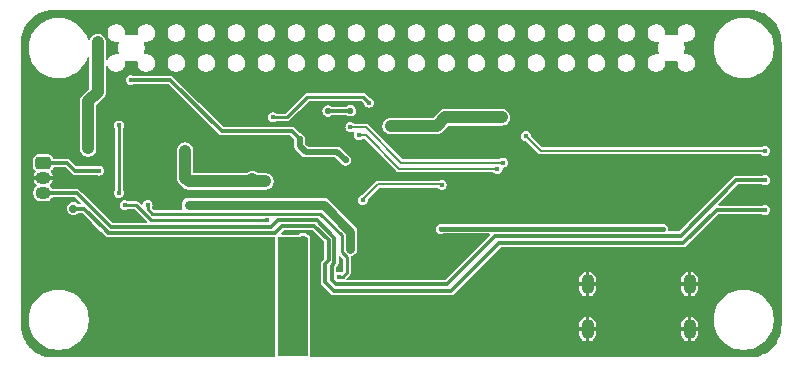
<source format=gbr>
%TF.GenerationSoftware,KiCad,Pcbnew,8.0.4*%
%TF.CreationDate,2024-08-29T10:26:42+02:00*%
%TF.ProjectId,soleil_powerpack,736f6c65-696c-45f7-906f-776572706163,rev?*%
%TF.SameCoordinates,Original*%
%TF.FileFunction,Copper,L4,Bot*%
%TF.FilePolarity,Positive*%
%FSLAX46Y46*%
G04 Gerber Fmt 4.6, Leading zero omitted, Abs format (unit mm)*
G04 Created by KiCad (PCBNEW 8.0.4) date 2024-08-29 10:26:42*
%MOMM*%
%LPD*%
G01*
G04 APERTURE LIST*
G04 Aperture macros list*
%AMRoundRect*
0 Rectangle with rounded corners*
0 $1 Rounding radius*
0 $2 $3 $4 $5 $6 $7 $8 $9 X,Y pos of 4 corners*
0 Add a 4 corners polygon primitive as box body*
4,1,4,$2,$3,$4,$5,$6,$7,$8,$9,$2,$3,0*
0 Add four circle primitives for the rounded corners*
1,1,$1+$1,$2,$3*
1,1,$1+$1,$4,$5*
1,1,$1+$1,$6,$7*
1,1,$1+$1,$8,$9*
0 Add four rect primitives between the rounded corners*
20,1,$1+$1,$2,$3,$4,$5,0*
20,1,$1+$1,$4,$5,$6,$7,0*
20,1,$1+$1,$6,$7,$8,$9,0*
20,1,$1+$1,$8,$9,$2,$3,0*%
G04 Aperture macros list end*
%TA.AperFunction,ComponentPad*%
%ADD10RoundRect,0.249900X-0.400100X0.275100X-0.400100X-0.275100X0.400100X-0.275100X0.400100X0.275100X0*%
%TD*%
%TA.AperFunction,ComponentPad*%
%ADD11O,1.300000X1.050000*%
%TD*%
%TA.AperFunction,ComponentPad*%
%ADD12O,1.100000X1.700000*%
%TD*%
%TA.AperFunction,ViaPad*%
%ADD13C,0.600000*%
%TD*%
%TA.AperFunction,ViaPad*%
%ADD14C,0.450000*%
%TD*%
%TA.AperFunction,ViaPad*%
%ADD15C,0.550000*%
%TD*%
%TA.AperFunction,ViaPad*%
%ADD16C,0.800000*%
%TD*%
%TA.AperFunction,ViaPad*%
%ADD17C,0.700000*%
%TD*%
%TA.AperFunction,Conductor*%
%ADD18C,0.200000*%
%TD*%
%TA.AperFunction,Conductor*%
%ADD19C,0.500000*%
%TD*%
%TA.AperFunction,Conductor*%
%ADD20C,0.300000*%
%TD*%
%TA.AperFunction,Conductor*%
%ADD21C,0.800000*%
%TD*%
%TA.AperFunction,Conductor*%
%ADD22C,0.250000*%
%TD*%
%TA.AperFunction,Conductor*%
%ADD23C,1.000000*%
%TD*%
%TA.AperFunction,Conductor*%
%ADD24C,0.400000*%
%TD*%
G04 APERTURE END LIST*
D10*
%TO.P,U5,1,VCC*%
%TO.N,+4V*%
X119700000Y-63230000D03*
D11*
%TO.P,U5,2,GND*%
%TO.N,GND*%
X119700000Y-64500000D03*
%TO.P,U5,3,OUT*%
%TO.N,Net-(JP2-A)*%
X119700000Y-65770000D03*
%TD*%
D12*
%TO.P,J1,S1,SHIELD*%
%TO.N,GND*%
X165780000Y-73500000D03*
X165780000Y-77300000D03*
X174420000Y-73500000D03*
X174420000Y-77300000D03*
%TD*%
D13*
%TO.N,GND*%
X167300000Y-75500000D03*
X172900000Y-75500000D03*
X124400000Y-78500000D03*
X121800000Y-61500000D03*
X136100000Y-61200000D03*
X149800000Y-61700000D03*
X155500000Y-61500000D03*
X162700000Y-61600000D03*
X158200000Y-60600000D03*
X164000000Y-66000000D03*
X159800000Y-78500000D03*
X157700000Y-78500000D03*
X159800000Y-76000000D03*
X157700000Y-76000000D03*
X151700000Y-78500000D03*
X151700000Y-76000000D03*
X148700000Y-76000000D03*
X148700000Y-78500000D03*
X144800000Y-78500000D03*
X144800000Y-76000000D03*
X142800000Y-78500000D03*
X142800000Y-73500000D03*
X142800000Y-76000000D03*
X152500000Y-71700000D03*
X156000000Y-69800000D03*
X147100000Y-68700000D03*
X152500000Y-69800000D03*
X161500000Y-71000000D03*
X166500000Y-60500000D03*
X139500000Y-53500000D03*
X124500000Y-59500000D03*
X134500000Y-53500000D03*
X132000000Y-53500000D03*
X136100000Y-70000000D03*
X126500000Y-59000000D03*
X172500000Y-77500000D03*
X158000000Y-66000000D03*
X170000000Y-66000000D03*
D14*
X129175003Y-66800000D03*
D13*
X180000000Y-57500000D03*
X137500000Y-76000000D03*
X141500000Y-60000000D03*
X152500000Y-53500000D03*
X129500000Y-78500000D03*
D14*
X144750000Y-72200000D03*
D13*
X170000000Y-63500000D03*
X126500000Y-70000000D03*
X133500000Y-70000000D03*
D14*
X158150000Y-64400002D03*
D13*
X164000000Y-71000000D03*
D14*
X135400000Y-63000000D03*
D13*
X156000000Y-67500000D03*
X170100000Y-77500000D03*
X128500000Y-59000000D03*
X130500000Y-70000000D03*
D14*
X145700000Y-59500003D03*
X145700000Y-60900000D03*
D13*
X152500000Y-67500000D03*
X155000000Y-53500000D03*
X170000000Y-60500000D03*
X120000000Y-61500000D03*
X176500000Y-71000000D03*
D14*
X126600000Y-67450003D03*
D13*
X160000000Y-53500000D03*
X176500000Y-57500000D03*
X149500000Y-53500000D03*
X162500000Y-53500000D03*
X147000000Y-53500000D03*
X167700000Y-77500000D03*
X137250000Y-57500000D03*
X120000000Y-70500000D03*
X137500000Y-78500000D03*
X131900000Y-73000000D03*
X129500000Y-53500000D03*
X144500000Y-53500000D03*
X137000000Y-53500000D03*
X166500000Y-66000000D03*
X165000000Y-53500000D03*
X149027225Y-64008732D03*
X134750000Y-57500000D03*
X126500000Y-73000000D03*
X139500000Y-61500000D03*
X157500000Y-53500000D03*
X180000000Y-71000000D03*
X161500000Y-66000000D03*
X167500000Y-53500000D03*
X137500000Y-73500000D03*
D14*
X143800000Y-59525003D03*
D13*
X149000000Y-67500000D03*
X142000000Y-53500000D03*
X139500000Y-63000000D03*
X170000000Y-53500000D03*
D14*
%TO.N,+BATT*%
X146743241Y-66343241D03*
X153425000Y-65075000D03*
D15*
%TO.N,+3V3*%
X141400000Y-61200000D03*
X145300000Y-63000000D03*
D14*
X127100000Y-56200000D03*
D13*
%TO.N,+4V*%
X133600000Y-66800000D03*
D15*
X145700000Y-69800000D03*
X145700000Y-69100000D03*
D14*
X124425000Y-63875000D03*
D13*
X132000000Y-66800000D03*
X132800000Y-66800000D03*
D15*
X145700000Y-70500000D03*
D14*
%TO.N,Net-(D2-A)*%
X126099958Y-65750706D03*
X126100000Y-60059882D03*
D16*
%TO.N,+6V*%
X131700000Y-63300000D03*
X158500000Y-59375000D03*
X138500000Y-64800000D03*
X131700000Y-62200000D03*
X131700000Y-64500000D03*
X149100000Y-60100000D03*
X156300000Y-59375000D03*
X137408565Y-64625000D03*
X157400000Y-59375000D03*
%TO.N,+5V*%
X124300000Y-56200000D03*
X123500000Y-62000000D03*
X124300000Y-53000000D03*
X123500000Y-59000000D03*
X123500000Y-60500000D03*
X124300000Y-54700000D03*
D14*
%TO.N,/POWER_OFF*%
X139150000Y-59375000D03*
X147281233Y-58126637D03*
%TO.N,/I2C2_SDA*%
X158149997Y-63750000D03*
X146400000Y-60900000D03*
D15*
X145700000Y-58800000D03*
X143800000Y-58825000D03*
D14*
%TO.N,/I2C2_SCL*%
X158600000Y-63200000D03*
X145700000Y-60200000D03*
%TO.N,/~{RTC_ALARM}*%
X180800000Y-62200000D03*
X160550000Y-60950000D03*
%TO.N,/~{POWER_ON}*%
X138670406Y-68075000D03*
X172150000Y-68800000D03*
X126600000Y-66800000D03*
X153350000Y-68800000D03*
%TO.N,Net-(JP2-A)*%
X180800000Y-64700000D03*
%TO.N,Net-(L1-Pad2)*%
X139900000Y-73300000D03*
X140500000Y-79200000D03*
X139900000Y-79200000D03*
X141100000Y-78500000D03*
X141100000Y-73300000D03*
X139900000Y-78500000D03*
X140500000Y-74000000D03*
X141700000Y-73300000D03*
X141700000Y-74000000D03*
X141700000Y-70750006D03*
X141100000Y-74000000D03*
X139900000Y-74000000D03*
X141100000Y-70750000D03*
X140500000Y-78500000D03*
X140500000Y-70750000D03*
X141700000Y-78500000D03*
X140500000Y-73300000D03*
X141700000Y-79200000D03*
X141100000Y-79200000D03*
X139900000Y-70750000D03*
X141700000Y-69550000D03*
X141700000Y-70150003D03*
%TO.N,/5V_EN*%
X128525000Y-66800000D03*
X144750000Y-72850003D03*
%TO.N,Net-(JP3-B)*%
X180800000Y-67200000D03*
D17*
X122250000Y-67100000D03*
%TD*%
D18*
%TO.N,+BATT*%
X148000000Y-65050000D02*
X146743241Y-66306759D01*
X153425000Y-65075000D02*
X153400000Y-65050000D01*
X153400000Y-65050000D02*
X148000000Y-65050000D01*
X146743241Y-66306759D02*
X146743241Y-66343241D01*
D19*
%TO.N,+3V3*%
X141400000Y-61200000D02*
X141400000Y-61800000D01*
D20*
X134800000Y-60550000D02*
X140750000Y-60550000D01*
X127100000Y-56200000D02*
X130450000Y-56200000D01*
D19*
X144600000Y-62300000D02*
X145300000Y-63000000D01*
X141400000Y-61800000D02*
X141900000Y-62300000D01*
X141900000Y-62300000D02*
X144600000Y-62300000D01*
D20*
X130450000Y-56200000D02*
X134800000Y-60550000D01*
X140750000Y-60550000D02*
X141400000Y-61200000D01*
%TO.N,+4V*%
X124425000Y-63875000D02*
X122375000Y-63875000D01*
D21*
X133600000Y-66800000D02*
X143450000Y-66800000D01*
X132000000Y-66800000D02*
X133600000Y-66800000D01*
D20*
X121730000Y-63230000D02*
X119700000Y-63230000D01*
D21*
X143450000Y-66800000D02*
X145700000Y-69050000D01*
X145700000Y-69050000D02*
X145700000Y-70500000D01*
D20*
X122375000Y-63875000D02*
X121730000Y-63230000D01*
D22*
%TO.N,Net-(D2-A)*%
X126087381Y-65738129D02*
X126099958Y-65750706D01*
X126100000Y-60059882D02*
X126087381Y-60072501D01*
X126087381Y-60072501D02*
X126087381Y-65738129D01*
D23*
%TO.N,+6V*%
X149100000Y-60100000D02*
X153000000Y-60100000D01*
X132000000Y-64800000D02*
X131700000Y-64500000D01*
X156300000Y-59375000D02*
X157400000Y-59375000D01*
X153725000Y-59375000D02*
X156300000Y-59375000D01*
X138500000Y-64800000D02*
X132000000Y-64800000D01*
X157400000Y-59375000D02*
X158500000Y-59375000D01*
X131700000Y-64500000D02*
X131700000Y-62200000D01*
X153000000Y-60100000D02*
X153725000Y-59375000D01*
X137583565Y-64800000D02*
X138500000Y-64800000D01*
X137408565Y-64625000D02*
X137583565Y-64800000D01*
%TO.N,+5V*%
X124300000Y-56200000D02*
X124300000Y-54700000D01*
X124300000Y-57200000D02*
X124300000Y-56200000D01*
X123500000Y-58000000D02*
X124300000Y-57200000D01*
X124300000Y-54700000D02*
X124300000Y-53000000D01*
X123500000Y-59050000D02*
X123500000Y-58000000D01*
X123500000Y-59000000D02*
X123500000Y-62000000D01*
D22*
%TO.N,/POWER_OFF*%
X146804596Y-57650000D02*
X142050000Y-57650000D01*
X140325000Y-59375000D02*
X139150000Y-59375000D01*
X147281233Y-58126637D02*
X146804596Y-57650000D01*
X142050000Y-57650000D02*
X140325000Y-59375000D01*
D18*
%TO.N,/I2C2_SDA*%
X158124997Y-63725000D02*
X149825000Y-63725000D01*
X158149997Y-63750000D02*
X158124997Y-63725000D01*
X149825000Y-63725000D02*
X147000000Y-60900000D01*
D20*
X143800000Y-58825000D02*
X145675000Y-58825000D01*
X145675000Y-58825000D02*
X145700000Y-58800000D01*
D18*
X147000000Y-60900000D02*
X146400000Y-60900000D01*
%TO.N,/I2C2_SCL*%
X147000000Y-60200000D02*
X145700000Y-60200000D01*
X158600000Y-63200000D02*
X150000000Y-63200000D01*
X150000000Y-63200000D02*
X147000000Y-60200000D01*
%TO.N,/~{RTC_ALARM}*%
X160550000Y-60950000D02*
X161800000Y-62200000D01*
X161800000Y-62200000D02*
X180800000Y-62200000D01*
D22*
%TO.N,/~{POWER_ON}*%
X126600000Y-66800000D02*
X127550000Y-66800000D01*
X127550000Y-66800000D02*
X128825000Y-68075000D01*
D24*
X172150000Y-68800000D02*
X153350000Y-68800000D01*
D22*
X128825000Y-68075000D02*
X138670406Y-68075000D01*
D20*
%TO.N,Net-(JP2-A)*%
X119700000Y-65770000D02*
X122520000Y-65770000D01*
X122520000Y-65770000D02*
X125400000Y-68650000D01*
X178350000Y-64700000D02*
X180800000Y-64700000D01*
X144350000Y-71700000D02*
X144100000Y-71950000D01*
X139000000Y-68650000D02*
X139600000Y-68050000D01*
X139600000Y-68050000D02*
X142855026Y-68050000D01*
X173675000Y-69375000D02*
X178350000Y-64700000D01*
X142855026Y-68050000D02*
X144350000Y-69544974D01*
X153850000Y-73500000D02*
X157975000Y-69375000D01*
X144100000Y-71950000D02*
X144100000Y-73150000D01*
X125400000Y-68650000D02*
X139000000Y-68650000D01*
X144350000Y-69544974D02*
X144350000Y-71700000D01*
X157975000Y-69375000D02*
X173675000Y-69375000D01*
X144450000Y-73500000D02*
X153850000Y-73500000D01*
X144100000Y-73150000D02*
X144450000Y-73500000D01*
D22*
%TO.N,/5V_EN*%
X144975000Y-70800000D02*
X145400000Y-71225000D01*
X145400000Y-72500000D02*
X145049997Y-72850003D01*
X144975000Y-69350304D02*
X144975000Y-70800000D01*
X145049997Y-72850003D02*
X144750000Y-72850003D01*
X128911396Y-67525000D02*
X143149696Y-67525000D01*
X145400000Y-71225000D02*
X145400000Y-72500000D01*
X143149696Y-67525000D02*
X144975000Y-69350304D01*
X128525000Y-67138604D02*
X128911396Y-67525000D01*
X128525000Y-66800000D02*
X128525000Y-67138604D01*
D20*
%TO.N,Net-(JP3-B)*%
X125192893Y-69150000D02*
X139350000Y-69150000D01*
X176700000Y-67200000D02*
X180800000Y-67200000D01*
X123142894Y-67100000D02*
X124900000Y-68857107D01*
X158300000Y-70000000D02*
X173900000Y-70000000D01*
X143850000Y-71450000D02*
X143550000Y-71750000D01*
X143550000Y-71750000D02*
X143550000Y-73350000D01*
X143550000Y-73350000D02*
X144300000Y-74100000D01*
X144300000Y-74100000D02*
X154200000Y-74100000D01*
X139350000Y-69150000D02*
X139950000Y-68550000D01*
X154200000Y-74100000D02*
X158300000Y-70000000D01*
X122250000Y-67100000D02*
X123142894Y-67100000D01*
X143850000Y-69752081D02*
X143850000Y-71450000D01*
X139950000Y-68550000D02*
X142647919Y-68550000D01*
X173900000Y-70000000D02*
X176700000Y-67200000D01*
X142647919Y-68550000D02*
X143850000Y-69752081D01*
X124900000Y-68857107D02*
X125192893Y-69150000D01*
%TD*%
%TA.AperFunction,Conductor*%
%TO.N,GND*%
G36*
X179502777Y-50300655D02*
G01*
X179796701Y-50317162D01*
X179807724Y-50318404D01*
X180095224Y-50367252D01*
X180106018Y-50369715D01*
X180386251Y-50450449D01*
X180396722Y-50454113D01*
X180666134Y-50565708D01*
X180676136Y-50570525D01*
X180931354Y-50711578D01*
X180940755Y-50717485D01*
X181178575Y-50886228D01*
X181187254Y-50893149D01*
X181272966Y-50969745D01*
X181404697Y-51087467D01*
X181412532Y-51095302D01*
X181452416Y-51139932D01*
X181606850Y-51312745D01*
X181613771Y-51321424D01*
X181782514Y-51559244D01*
X181788421Y-51568645D01*
X181929474Y-51823863D01*
X181934291Y-51833865D01*
X182045884Y-52103273D01*
X182049551Y-52113752D01*
X182130280Y-52393966D01*
X182132750Y-52404790D01*
X182181594Y-52692270D01*
X182182837Y-52703302D01*
X182199344Y-52997222D01*
X182199500Y-53002773D01*
X182199500Y-76997226D01*
X182199344Y-77002777D01*
X182182837Y-77296697D01*
X182181594Y-77307729D01*
X182132750Y-77595209D01*
X182130280Y-77606033D01*
X182049551Y-77886247D01*
X182045884Y-77896726D01*
X181934291Y-78166134D01*
X181929474Y-78176136D01*
X181788421Y-78431354D01*
X181782514Y-78440755D01*
X181613771Y-78678575D01*
X181606850Y-78687254D01*
X181412540Y-78904689D01*
X181404689Y-78912540D01*
X181187254Y-79106850D01*
X181178575Y-79113771D01*
X180940755Y-79282514D01*
X180931354Y-79288421D01*
X180676136Y-79429474D01*
X180666134Y-79434291D01*
X180396726Y-79545884D01*
X180386247Y-79549551D01*
X180106033Y-79630280D01*
X180095209Y-79632750D01*
X179807729Y-79681594D01*
X179796697Y-79682837D01*
X179502778Y-79699344D01*
X179497227Y-79699500D01*
X142387842Y-79699500D01*
X142329651Y-79680593D01*
X142293687Y-79631093D01*
X142293686Y-79569911D01*
X142294407Y-79567687D01*
X142295443Y-79564502D01*
X142305500Y-79501000D01*
X142305500Y-76926128D01*
X165030000Y-76926128D01*
X165030000Y-77149999D01*
X165030001Y-77150000D01*
X165480000Y-77150000D01*
X165480000Y-77450000D01*
X165030001Y-77450000D01*
X165030000Y-77450001D01*
X165030000Y-77673871D01*
X165058821Y-77818764D01*
X165058823Y-77818770D01*
X165115358Y-77955257D01*
X165197434Y-78078093D01*
X165301906Y-78182565D01*
X165424742Y-78264641D01*
X165561235Y-78321178D01*
X165561234Y-78321178D01*
X165630000Y-78334855D01*
X165630000Y-77859808D01*
X165664204Y-77879556D01*
X165740504Y-77900000D01*
X165819496Y-77900000D01*
X165895796Y-77879556D01*
X165930000Y-77859808D01*
X165930000Y-78334854D01*
X165998765Y-78321178D01*
X166135257Y-78264641D01*
X166258093Y-78182565D01*
X166362565Y-78078093D01*
X166444641Y-77955257D01*
X166501176Y-77818770D01*
X166501178Y-77818764D01*
X166529999Y-77673871D01*
X166530000Y-77673867D01*
X166530000Y-77450001D01*
X166529999Y-77450000D01*
X166080000Y-77450000D01*
X166080000Y-77150000D01*
X166529999Y-77150000D01*
X166530000Y-77149999D01*
X166530000Y-76926132D01*
X166529999Y-76926128D01*
X173670000Y-76926128D01*
X173670000Y-77149999D01*
X173670001Y-77150000D01*
X174120000Y-77150000D01*
X174120000Y-77450000D01*
X173670001Y-77450000D01*
X173670000Y-77450001D01*
X173670000Y-77673871D01*
X173698821Y-77818764D01*
X173698823Y-77818770D01*
X173755358Y-77955257D01*
X173837434Y-78078093D01*
X173941906Y-78182565D01*
X174064742Y-78264641D01*
X174201235Y-78321178D01*
X174201234Y-78321178D01*
X174270000Y-78334855D01*
X174270000Y-77859808D01*
X174304204Y-77879556D01*
X174380504Y-77900000D01*
X174459496Y-77900000D01*
X174535796Y-77879556D01*
X174570000Y-77859808D01*
X174570000Y-78334854D01*
X174638765Y-78321178D01*
X174775257Y-78264641D01*
X174898093Y-78182565D01*
X175002565Y-78078093D01*
X175084641Y-77955257D01*
X175141176Y-77818770D01*
X175141178Y-77818764D01*
X175169999Y-77673871D01*
X175170000Y-77673867D01*
X175170000Y-77450001D01*
X175169999Y-77450000D01*
X174720000Y-77450000D01*
X174720000Y-77150000D01*
X175169999Y-77150000D01*
X175170000Y-77149999D01*
X175170000Y-76926132D01*
X175169999Y-76926128D01*
X175141178Y-76781235D01*
X175141176Y-76781229D01*
X175084641Y-76644742D01*
X175002565Y-76521906D01*
X174898093Y-76417434D01*
X174807295Y-76356765D01*
X176449500Y-76356765D01*
X176449500Y-76643234D01*
X176481573Y-76927896D01*
X176545318Y-77207185D01*
X176639930Y-77477569D01*
X176764223Y-77735667D01*
X176867481Y-77900000D01*
X176916634Y-77978227D01*
X177095243Y-78202195D01*
X177297805Y-78404757D01*
X177521773Y-78583366D01*
X177643052Y-78659570D01*
X177764332Y-78735776D01*
X177897795Y-78800048D01*
X178022428Y-78860068D01*
X178022431Y-78860069D01*
X178022430Y-78860069D01*
X178292814Y-78954681D01*
X178292817Y-78954681D01*
X178292818Y-78954682D01*
X178572102Y-79018426D01*
X178856767Y-79050500D01*
X178856768Y-79050500D01*
X179143232Y-79050500D01*
X179143233Y-79050500D01*
X179427898Y-79018426D01*
X179707182Y-78954682D01*
X179977572Y-78860068D01*
X180235669Y-78735775D01*
X180478227Y-78583366D01*
X180702195Y-78404757D01*
X180904757Y-78202195D01*
X181083366Y-77978227D01*
X181235775Y-77735669D01*
X181360068Y-77477572D01*
X181454682Y-77207182D01*
X181518426Y-76927898D01*
X181550500Y-76643233D01*
X181550500Y-76356767D01*
X181518426Y-76072102D01*
X181454682Y-75792818D01*
X181360068Y-75522428D01*
X181235776Y-75264332D01*
X181083365Y-75021772D01*
X180904757Y-74797805D01*
X180702195Y-74595243D01*
X180478227Y-74416634D01*
X180478225Y-74416633D01*
X180235667Y-74264223D01*
X179977568Y-74139930D01*
X179977569Y-74139930D01*
X179707185Y-74045318D01*
X179427896Y-73981573D01*
X179143234Y-73949500D01*
X179143233Y-73949500D01*
X178856767Y-73949500D01*
X178856765Y-73949500D01*
X178572103Y-73981573D01*
X178292814Y-74045318D01*
X178022430Y-74139930D01*
X177764332Y-74264223D01*
X177521772Y-74416634D01*
X177297806Y-74595242D01*
X177095242Y-74797806D01*
X176916634Y-75021772D01*
X176764223Y-75264332D01*
X176639930Y-75522430D01*
X176545318Y-75792814D01*
X176481573Y-76072103D01*
X176449500Y-76356765D01*
X174807295Y-76356765D01*
X174775257Y-76335358D01*
X174638767Y-76278822D01*
X174570000Y-76265143D01*
X174570000Y-76740191D01*
X174535796Y-76720444D01*
X174459496Y-76700000D01*
X174380504Y-76700000D01*
X174304204Y-76720444D01*
X174270000Y-76740191D01*
X174270000Y-76265143D01*
X174201232Y-76278822D01*
X174064742Y-76335358D01*
X173941906Y-76417434D01*
X173837434Y-76521906D01*
X173755358Y-76644742D01*
X173698823Y-76781229D01*
X173698821Y-76781235D01*
X173670000Y-76926128D01*
X166529999Y-76926128D01*
X166501178Y-76781235D01*
X166501176Y-76781229D01*
X166444641Y-76644742D01*
X166362565Y-76521906D01*
X166258093Y-76417434D01*
X166135257Y-76335358D01*
X165998767Y-76278822D01*
X165930000Y-76265143D01*
X165930000Y-76740191D01*
X165895796Y-76720444D01*
X165819496Y-76700000D01*
X165740504Y-76700000D01*
X165664204Y-76720444D01*
X165630000Y-76740191D01*
X165630000Y-76265143D01*
X165561232Y-76278822D01*
X165424742Y-76335358D01*
X165301906Y-76417434D01*
X165197434Y-76521906D01*
X165115358Y-76644742D01*
X165058823Y-76781229D01*
X165058821Y-76781235D01*
X165030000Y-76926128D01*
X142305500Y-76926128D01*
X142305500Y-69599000D01*
X142302970Y-69566856D01*
X142298125Y-69536263D01*
X142298116Y-69536206D01*
X142297353Y-69531718D01*
X142297352Y-69531713D01*
X142261408Y-69447617D01*
X142248948Y-69430468D01*
X142225444Y-69398117D01*
X142201203Y-69370372D01*
X142122693Y-69323464D01*
X142122691Y-69323463D01*
X142122689Y-69323462D01*
X142074966Y-69307957D01*
X142035555Y-69283806D01*
X141953221Y-69201473D01*
X141953217Y-69201470D01*
X141833129Y-69140282D01*
X141833127Y-69140281D01*
X141700000Y-69119196D01*
X141566872Y-69140281D01*
X141566870Y-69140282D01*
X141446782Y-69201470D01*
X141446778Y-69201473D01*
X141382747Y-69265504D01*
X141328230Y-69293281D01*
X141312744Y-69294500D01*
X139940190Y-69294500D01*
X139881999Y-69275593D01*
X139846035Y-69226093D01*
X139846035Y-69164907D01*
X139870186Y-69125496D01*
X140066186Y-68929496D01*
X140120703Y-68901719D01*
X140136190Y-68900500D01*
X142461729Y-68900500D01*
X142519920Y-68919407D01*
X142531733Y-68929496D01*
X143470504Y-69868266D01*
X143498281Y-69922783D01*
X143499500Y-69938270D01*
X143499500Y-71263810D01*
X143480593Y-71322001D01*
X143470504Y-71333813D01*
X143269530Y-71534787D01*
X143240373Y-71585287D01*
X143240374Y-71585288D01*
X143223386Y-71614710D01*
X143199500Y-71703857D01*
X143199500Y-73396143D01*
X143214964Y-73453856D01*
X143214963Y-73453856D01*
X143223385Y-73485285D01*
X143223386Y-73485288D01*
X143269530Y-73565212D01*
X144084788Y-74380470D01*
X144147426Y-74416634D01*
X144164712Y-74426614D01*
X144253856Y-74450500D01*
X144253858Y-74450500D01*
X154246142Y-74450500D01*
X154246144Y-74450500D01*
X154335288Y-74426614D01*
X154352574Y-74416634D01*
X154415212Y-74380470D01*
X155669554Y-73126128D01*
X165030000Y-73126128D01*
X165030000Y-73349999D01*
X165030001Y-73350000D01*
X165480000Y-73350000D01*
X165480000Y-73650000D01*
X165030001Y-73650000D01*
X165030000Y-73650001D01*
X165030000Y-73873871D01*
X165058821Y-74018764D01*
X165058823Y-74018770D01*
X165115358Y-74155257D01*
X165197434Y-74278093D01*
X165301906Y-74382565D01*
X165424742Y-74464641D01*
X165561235Y-74521178D01*
X165561234Y-74521178D01*
X165630000Y-74534855D01*
X165630000Y-74059808D01*
X165664204Y-74079556D01*
X165740504Y-74100000D01*
X165819496Y-74100000D01*
X165895796Y-74079556D01*
X165930000Y-74059808D01*
X165930000Y-74534854D01*
X165998765Y-74521178D01*
X166135257Y-74464641D01*
X166258093Y-74382565D01*
X166362565Y-74278093D01*
X166444641Y-74155257D01*
X166501176Y-74018770D01*
X166501178Y-74018764D01*
X166529999Y-73873871D01*
X166530000Y-73873867D01*
X166530000Y-73650001D01*
X166529999Y-73650000D01*
X166080000Y-73650000D01*
X166080000Y-73350000D01*
X166529999Y-73350000D01*
X166530000Y-73349999D01*
X166530000Y-73126132D01*
X166529999Y-73126128D01*
X173670000Y-73126128D01*
X173670000Y-73349999D01*
X173670001Y-73350000D01*
X174120000Y-73350000D01*
X174120000Y-73650000D01*
X173670001Y-73650000D01*
X173670000Y-73650001D01*
X173670000Y-73873871D01*
X173698821Y-74018764D01*
X173698823Y-74018770D01*
X173755358Y-74155257D01*
X173837434Y-74278093D01*
X173941906Y-74382565D01*
X174064742Y-74464641D01*
X174201235Y-74521178D01*
X174201234Y-74521178D01*
X174270000Y-74534855D01*
X174270000Y-74059808D01*
X174304204Y-74079556D01*
X174380504Y-74100000D01*
X174459496Y-74100000D01*
X174535796Y-74079556D01*
X174570000Y-74059808D01*
X174570000Y-74534854D01*
X174638765Y-74521178D01*
X174775257Y-74464641D01*
X174898093Y-74382565D01*
X175002565Y-74278093D01*
X175084641Y-74155257D01*
X175141176Y-74018770D01*
X175141178Y-74018764D01*
X175169999Y-73873871D01*
X175170000Y-73873867D01*
X175170000Y-73650001D01*
X175169999Y-73650000D01*
X174720000Y-73650000D01*
X174720000Y-73350000D01*
X175169999Y-73350000D01*
X175170000Y-73349999D01*
X175170000Y-73126132D01*
X175169999Y-73126128D01*
X175141178Y-72981235D01*
X175141176Y-72981229D01*
X175084641Y-72844742D01*
X175002565Y-72721906D01*
X174898093Y-72617434D01*
X174775257Y-72535358D01*
X174638767Y-72478822D01*
X174570000Y-72465143D01*
X174570000Y-72940191D01*
X174535796Y-72920444D01*
X174459496Y-72900000D01*
X174380504Y-72900000D01*
X174304204Y-72920444D01*
X174270000Y-72940191D01*
X174270000Y-72465143D01*
X174201232Y-72478822D01*
X174064742Y-72535358D01*
X173941906Y-72617434D01*
X173837434Y-72721906D01*
X173755358Y-72844742D01*
X173698823Y-72981229D01*
X173698821Y-72981235D01*
X173670000Y-73126128D01*
X166529999Y-73126128D01*
X166501178Y-72981235D01*
X166501176Y-72981229D01*
X166444641Y-72844742D01*
X166362565Y-72721906D01*
X166258093Y-72617434D01*
X166135257Y-72535358D01*
X165998767Y-72478822D01*
X165930000Y-72465143D01*
X165930000Y-72940191D01*
X165895796Y-72920444D01*
X165819496Y-72900000D01*
X165740504Y-72900000D01*
X165664204Y-72920444D01*
X165630000Y-72940191D01*
X165630000Y-72465143D01*
X165561232Y-72478822D01*
X165424742Y-72535358D01*
X165301906Y-72617434D01*
X165197434Y-72721906D01*
X165115358Y-72844742D01*
X165058823Y-72981229D01*
X165058821Y-72981235D01*
X165030000Y-73126128D01*
X155669554Y-73126128D01*
X158416186Y-70379496D01*
X158470703Y-70351719D01*
X158486190Y-70350500D01*
X173946142Y-70350500D01*
X173946144Y-70350500D01*
X174035288Y-70326614D01*
X174048132Y-70319197D01*
X174048136Y-70319197D01*
X174086860Y-70296838D01*
X174115212Y-70280470D01*
X176816186Y-67579496D01*
X176870703Y-67551719D01*
X176886190Y-67550500D01*
X180526882Y-67550500D01*
X180571826Y-67561289D01*
X180666874Y-67609719D01*
X180800000Y-67630804D01*
X180933126Y-67609719D01*
X181053220Y-67548528D01*
X181148528Y-67453220D01*
X181209719Y-67333126D01*
X181230804Y-67200000D01*
X181209719Y-67066874D01*
X181148528Y-66946780D01*
X181053220Y-66851472D01*
X181053217Y-66851470D01*
X180933129Y-66790282D01*
X180933127Y-66790281D01*
X180800000Y-66769196D01*
X180666874Y-66790281D01*
X180666872Y-66790281D01*
X180571827Y-66838710D01*
X180526882Y-66849500D01*
X176935189Y-66849500D01*
X176876998Y-66830593D01*
X176841034Y-66781093D01*
X176841034Y-66719907D01*
X176865185Y-66680496D01*
X178466185Y-65079496D01*
X178520702Y-65051719D01*
X178536189Y-65050500D01*
X180526882Y-65050500D01*
X180571826Y-65061289D01*
X180666874Y-65109719D01*
X180800000Y-65130804D01*
X180933126Y-65109719D01*
X181053220Y-65048528D01*
X181148528Y-64953220D01*
X181209719Y-64833126D01*
X181230804Y-64700000D01*
X181209719Y-64566874D01*
X181148528Y-64446780D01*
X181053220Y-64351472D01*
X181053217Y-64351470D01*
X180933129Y-64290282D01*
X180933127Y-64290281D01*
X180800000Y-64269196D01*
X180666874Y-64290281D01*
X180666872Y-64290281D01*
X180571827Y-64338710D01*
X180526882Y-64349500D01*
X178303856Y-64349500D01*
X178282378Y-64355255D01*
X178220940Y-64371716D01*
X178220941Y-64371717D01*
X178214710Y-64373386D01*
X178134790Y-64419529D01*
X173558814Y-68995504D01*
X173504297Y-69023281D01*
X173488810Y-69024500D01*
X172661161Y-69024500D01*
X172602970Y-69005593D01*
X172567006Y-68956093D01*
X172563380Y-68910013D01*
X172580804Y-68800000D01*
X172580804Y-68799999D01*
X172562001Y-68681284D01*
X172559719Y-68666874D01*
X172498528Y-68546780D01*
X172403220Y-68451472D01*
X172403217Y-68451470D01*
X172283129Y-68390282D01*
X172283127Y-68390281D01*
X172150000Y-68369196D01*
X172016872Y-68390281D01*
X172009462Y-68392689D01*
X172009021Y-68391334D01*
X171975013Y-68399500D01*
X153524987Y-68399500D01*
X153490978Y-68391334D01*
X153490538Y-68392689D01*
X153483127Y-68390281D01*
X153350000Y-68369196D01*
X153216872Y-68390281D01*
X153216870Y-68390282D01*
X153096782Y-68451470D01*
X153001470Y-68546782D01*
X152940282Y-68666870D01*
X152940281Y-68666872D01*
X152919196Y-68799999D01*
X152919196Y-68800000D01*
X152940281Y-68933127D01*
X152940282Y-68933129D01*
X152986217Y-69023281D01*
X153001472Y-69053220D01*
X153096780Y-69148528D01*
X153216874Y-69209719D01*
X153350000Y-69230804D01*
X153483126Y-69209719D01*
X153483129Y-69209717D01*
X153490538Y-69207311D01*
X153490978Y-69208665D01*
X153524987Y-69200500D01*
X157414810Y-69200500D01*
X157473001Y-69219407D01*
X157508965Y-69268907D01*
X157508965Y-69330093D01*
X157484814Y-69369504D01*
X153733814Y-73120504D01*
X153679297Y-73148281D01*
X153663810Y-73149500D01*
X145449834Y-73149500D01*
X145391643Y-73130593D01*
X145355679Y-73081093D01*
X145355679Y-73019907D01*
X145379828Y-72980498D01*
X145660465Y-72699862D01*
X145703318Y-72625639D01*
X145725500Y-72542853D01*
X145725500Y-72457147D01*
X145725500Y-71275840D01*
X145725501Y-71275827D01*
X145725501Y-71190815D01*
X145744408Y-71132624D01*
X145793908Y-71096660D01*
X145798842Y-71095198D01*
X145931784Y-71059577D01*
X146068716Y-70980520D01*
X146180520Y-70868716D01*
X146259577Y-70731784D01*
X146300500Y-70579057D01*
X146300500Y-69137045D01*
X146300501Y-69137032D01*
X146300501Y-68970942D01*
X146300500Y-68970940D01*
X146290368Y-68933129D01*
X146259577Y-68818216D01*
X146180520Y-68681284D01*
X143930521Y-66431286D01*
X143930520Y-66431284D01*
X143842476Y-66343240D01*
X146312437Y-66343240D01*
X146312437Y-66343241D01*
X146333522Y-66476368D01*
X146333523Y-66476370D01*
X146378005Y-66563670D01*
X146394713Y-66596461D01*
X146490021Y-66691769D01*
X146610115Y-66752960D01*
X146743241Y-66774045D01*
X146876367Y-66752960D01*
X146996461Y-66691769D01*
X147091769Y-66596461D01*
X147152960Y-66476367D01*
X147174045Y-66343241D01*
X147174045Y-66343240D01*
X147174045Y-66341933D01*
X147174449Y-66340688D01*
X147175264Y-66335545D01*
X147176078Y-66335674D01*
X147192952Y-66283742D01*
X147203041Y-66271929D01*
X148095475Y-65379496D01*
X148149992Y-65351719D01*
X148165479Y-65350500D01*
X153057744Y-65350500D01*
X153115935Y-65369407D01*
X153127747Y-65379496D01*
X153167752Y-65419500D01*
X153171780Y-65423528D01*
X153171782Y-65423529D01*
X153270010Y-65473579D01*
X153291874Y-65484719D01*
X153425000Y-65505804D01*
X153558126Y-65484719D01*
X153678220Y-65423528D01*
X153773528Y-65328220D01*
X153834719Y-65208126D01*
X153855804Y-65075000D01*
X153854163Y-65064642D01*
X153844611Y-65004329D01*
X153834719Y-64941874D01*
X153773528Y-64821780D01*
X153678220Y-64726472D01*
X153678217Y-64726470D01*
X153558129Y-64665282D01*
X153558127Y-64665281D01*
X153425000Y-64644196D01*
X153291872Y-64665281D01*
X153291870Y-64665282D01*
X153171783Y-64726470D01*
X153166107Y-64730594D01*
X153107918Y-64749500D01*
X148039562Y-64749500D01*
X147960438Y-64749500D01*
X147913661Y-64762033D01*
X147884007Y-64769979D01*
X147815493Y-64809536D01*
X147815488Y-64809540D01*
X146729567Y-65895459D01*
X146675053Y-65923236D01*
X146610112Y-65933522D01*
X146610111Y-65933523D01*
X146490023Y-65994711D01*
X146394711Y-66090023D01*
X146333523Y-66210111D01*
X146333522Y-66210113D01*
X146312437Y-66343240D01*
X143842476Y-66343240D01*
X143818716Y-66319480D01*
X143818713Y-66319478D01*
X143728159Y-66267197D01*
X143728156Y-66267196D01*
X143681787Y-66240424D01*
X143681786Y-66240423D01*
X143681785Y-66240423D01*
X143529057Y-66199499D01*
X143370943Y-66199499D01*
X143364880Y-66199499D01*
X143364864Y-66199500D01*
X133679057Y-66199500D01*
X131920943Y-66199500D01*
X131768216Y-66240423D01*
X131631284Y-66319480D01*
X131519480Y-66431284D01*
X131440423Y-66568216D01*
X131399500Y-66720943D01*
X131399500Y-66879057D01*
X131440423Y-67031784D01*
X131451518Y-67051002D01*
X131464239Y-67110849D01*
X131439352Y-67166744D01*
X131386364Y-67197337D01*
X131365781Y-67199500D01*
X129087231Y-67199500D01*
X129029040Y-67180593D01*
X129017227Y-67170504D01*
X128933304Y-67086581D01*
X128905527Y-67032064D01*
X128915097Y-66971635D01*
X128934719Y-66933126D01*
X128955804Y-66800000D01*
X128934719Y-66666874D01*
X128934718Y-66666872D01*
X128934717Y-66666870D01*
X128873529Y-66546782D01*
X128873528Y-66546780D01*
X128778220Y-66451472D01*
X128778217Y-66451470D01*
X128658129Y-66390282D01*
X128658127Y-66390281D01*
X128525000Y-66369196D01*
X128391872Y-66390281D01*
X128391870Y-66390282D01*
X128271782Y-66451470D01*
X128176470Y-66546782D01*
X128115282Y-66666870D01*
X128115281Y-66666871D01*
X128113123Y-66680498D01*
X128085343Y-66735014D01*
X128030826Y-66762790D01*
X127970394Y-66753216D01*
X127945341Y-66735014D01*
X127749862Y-66539535D01*
X127749859Y-66539533D01*
X127749857Y-66539531D01*
X127675642Y-66496683D01*
X127675644Y-66496683D01*
X127643521Y-66488076D01*
X127592853Y-66474500D01*
X127592851Y-66474500D01*
X126917082Y-66474500D01*
X126858893Y-66455594D01*
X126853223Y-66451475D01*
X126853220Y-66451472D01*
X126813599Y-66431284D01*
X126733129Y-66390282D01*
X126733127Y-66390281D01*
X126600000Y-66369196D01*
X126466872Y-66390281D01*
X126466870Y-66390282D01*
X126346782Y-66451470D01*
X126251470Y-66546782D01*
X126190282Y-66666870D01*
X126190281Y-66666872D01*
X126169196Y-66799999D01*
X126169196Y-66800000D01*
X126190281Y-66933127D01*
X126190282Y-66933129D01*
X126251470Y-67053217D01*
X126251472Y-67053220D01*
X126346780Y-67148528D01*
X126466874Y-67209719D01*
X126600000Y-67230804D01*
X126733126Y-67209719D01*
X126853220Y-67148528D01*
X126853226Y-67148521D01*
X126858893Y-67144406D01*
X126917082Y-67125500D01*
X127374165Y-67125500D01*
X127432356Y-67144407D01*
X127444169Y-67154496D01*
X128420169Y-68130496D01*
X128447946Y-68185013D01*
X128438375Y-68245445D01*
X128395110Y-68288710D01*
X128350165Y-68299500D01*
X125586190Y-68299500D01*
X125527999Y-68280593D01*
X125516186Y-68270504D01*
X124145334Y-66899652D01*
X122996387Y-65750705D01*
X125669154Y-65750705D01*
X125669154Y-65750706D01*
X125690239Y-65883833D01*
X125690240Y-65883835D01*
X125751428Y-66003923D01*
X125751430Y-66003926D01*
X125846738Y-66099234D01*
X125966832Y-66160425D01*
X126099958Y-66181510D01*
X126233084Y-66160425D01*
X126353178Y-66099234D01*
X126448486Y-66003926D01*
X126509677Y-65883832D01*
X126530762Y-65750706D01*
X126509677Y-65617580D01*
X126448486Y-65497486D01*
X126448485Y-65497485D01*
X126448483Y-65497482D01*
X126441875Y-65490874D01*
X126414099Y-65436356D01*
X126412881Y-65420873D01*
X126412881Y-62131004D01*
X130999500Y-62131004D01*
X130999500Y-64568996D01*
X131026420Y-64704327D01*
X131026420Y-64704329D01*
X131079223Y-64831808D01*
X131152763Y-64941870D01*
X131155886Y-64946543D01*
X131553457Y-65344114D01*
X131668189Y-65420775D01*
X131668190Y-65420775D01*
X131668191Y-65420776D01*
X131697070Y-65432738D01*
X131795672Y-65473580D01*
X131931006Y-65500500D01*
X131931007Y-65500500D01*
X138568992Y-65500500D01*
X138568993Y-65500500D01*
X138704328Y-65473580D01*
X138831811Y-65420775D01*
X138946542Y-65344114D01*
X139044114Y-65246542D01*
X139120775Y-65131811D01*
X139173580Y-65004328D01*
X139200500Y-64868993D01*
X139200500Y-64731007D01*
X139173580Y-64595672D01*
X139120775Y-64468189D01*
X139120774Y-64468187D01*
X139120771Y-64468182D01*
X139044114Y-64353458D01*
X138946541Y-64255885D01*
X138831817Y-64179228D01*
X138831806Y-64179222D01*
X138704328Y-64126420D01*
X138568995Y-64099500D01*
X138568993Y-64099500D01*
X137912998Y-64099500D01*
X137857997Y-64082816D01*
X137740373Y-64004223D01*
X137612893Y-63951420D01*
X137477561Y-63924500D01*
X137477559Y-63924500D01*
X137339571Y-63924500D01*
X137339568Y-63924500D01*
X137204237Y-63951420D01*
X137204235Y-63951420D01*
X137076756Y-64004223D01*
X136959133Y-64082816D01*
X136904132Y-64099500D01*
X132499500Y-64099500D01*
X132441309Y-64080593D01*
X132405345Y-64031093D01*
X132400500Y-64000500D01*
X132400500Y-62131008D01*
X132400499Y-62131004D01*
X132389680Y-62076614D01*
X132373580Y-61995672D01*
X132342226Y-61919976D01*
X132320777Y-61868193D01*
X132320771Y-61868182D01*
X132244114Y-61753458D01*
X132146541Y-61655885D01*
X132031817Y-61579228D01*
X132031806Y-61579222D01*
X131904328Y-61526420D01*
X131768995Y-61499500D01*
X131768993Y-61499500D01*
X131631007Y-61499500D01*
X131631004Y-61499500D01*
X131495672Y-61526420D01*
X131495670Y-61526420D01*
X131368193Y-61579222D01*
X131368182Y-61579228D01*
X131253458Y-61655885D01*
X131155885Y-61753458D01*
X131079228Y-61868182D01*
X131079222Y-61868193D01*
X131026420Y-61995670D01*
X131026420Y-61995672D01*
X130999500Y-62131004D01*
X126412881Y-62131004D01*
X126412881Y-60389756D01*
X126431788Y-60331565D01*
X126441871Y-60319758D01*
X126448528Y-60313102D01*
X126509719Y-60193008D01*
X126530804Y-60059882D01*
X126509719Y-59926756D01*
X126448528Y-59806662D01*
X126353220Y-59711354D01*
X126353217Y-59711352D01*
X126233129Y-59650164D01*
X126233127Y-59650163D01*
X126100000Y-59629078D01*
X125966872Y-59650163D01*
X125966870Y-59650164D01*
X125846782Y-59711352D01*
X125751470Y-59806664D01*
X125690282Y-59926752D01*
X125690281Y-59926754D01*
X125669196Y-60059881D01*
X125669196Y-60059882D01*
X125690281Y-60193009D01*
X125705759Y-60223386D01*
X125751090Y-60312353D01*
X125761881Y-60357297D01*
X125761881Y-65453207D01*
X125751091Y-65498150D01*
X125747192Y-65505804D01*
X125690239Y-65617580D01*
X125669154Y-65750705D01*
X122996387Y-65750705D01*
X122735212Y-65489530D01*
X122726879Y-65484719D01*
X122655290Y-65443387D01*
X122655289Y-65443386D01*
X122654816Y-65443259D01*
X122654344Y-65443133D01*
X122654343Y-65443132D01*
X122591671Y-65426340D01*
X122566144Y-65419500D01*
X122566142Y-65419500D01*
X120516270Y-65419500D01*
X120458079Y-65400593D01*
X120433955Y-65375502D01*
X120388532Y-65307521D01*
X120287479Y-65206468D01*
X120285661Y-65204650D01*
X120257884Y-65150133D01*
X120267455Y-65089701D01*
X120285662Y-65064642D01*
X120388136Y-64962169D01*
X120388143Y-64962160D01*
X120467488Y-64843414D01*
X120467488Y-64843413D01*
X120522138Y-64711476D01*
X120522139Y-64711473D01*
X120534367Y-64650000D01*
X120046410Y-64650000D01*
X120049444Y-64644745D01*
X120075000Y-64549370D01*
X120075000Y-64450630D01*
X120049444Y-64355255D01*
X120046410Y-64350000D01*
X120534366Y-64350000D01*
X120534366Y-64349999D01*
X120522139Y-64288526D01*
X120522138Y-64288523D01*
X120467488Y-64156586D01*
X120467488Y-64156585D01*
X120388143Y-64037839D01*
X120388140Y-64037835D01*
X120362735Y-64012430D01*
X120334958Y-63957913D01*
X120344529Y-63897481D01*
X120373951Y-63862771D01*
X120422178Y-63827178D01*
X120485138Y-63741870D01*
X120502801Y-63717938D01*
X120502801Y-63717937D01*
X120502803Y-63717935D01*
X120527693Y-63646800D01*
X120564757Y-63598122D01*
X120621137Y-63580500D01*
X121543810Y-63580500D01*
X121602001Y-63599407D01*
X121613814Y-63609496D01*
X122159788Y-64155470D01*
X122167146Y-64159718D01*
X122216167Y-64188021D01*
X122216172Y-64188023D01*
X122239708Y-64201612D01*
X122239709Y-64201612D01*
X122239712Y-64201614D01*
X122328856Y-64225500D01*
X122328857Y-64225500D01*
X122421144Y-64225500D01*
X124151882Y-64225500D01*
X124196826Y-64236289D01*
X124291874Y-64284719D01*
X124425000Y-64305804D01*
X124558126Y-64284719D01*
X124678220Y-64223528D01*
X124773528Y-64128220D01*
X124834719Y-64008126D01*
X124855804Y-63875000D01*
X124834719Y-63741874D01*
X124773528Y-63621780D01*
X124678220Y-63526472D01*
X124678217Y-63526470D01*
X124558129Y-63465282D01*
X124558127Y-63465281D01*
X124425000Y-63444196D01*
X124291874Y-63465281D01*
X124291872Y-63465281D01*
X124196827Y-63513710D01*
X124151882Y-63524500D01*
X122561190Y-63524500D01*
X122502999Y-63505593D01*
X122491186Y-63495504D01*
X122222424Y-63226742D01*
X121945212Y-62949530D01*
X121865288Y-62903386D01*
X121860226Y-62902029D01*
X121850785Y-62899499D01*
X121850785Y-62899500D01*
X121776144Y-62879500D01*
X121776142Y-62879500D01*
X120621137Y-62879500D01*
X120562946Y-62860593D01*
X120527693Y-62813199D01*
X120502803Y-62742065D01*
X120502801Y-62742063D01*
X120502801Y-62742061D01*
X120422181Y-62632825D01*
X120422174Y-62632818D01*
X120312938Y-62552198D01*
X120289835Y-62544114D01*
X120184780Y-62507354D01*
X120184778Y-62507353D01*
X120184776Y-62507353D01*
X120154354Y-62504500D01*
X120154346Y-62504500D01*
X119245654Y-62504500D01*
X119245645Y-62504500D01*
X119215223Y-62507353D01*
X119087061Y-62552198D01*
X118977825Y-62632818D01*
X118977818Y-62632825D01*
X118897198Y-62742061D01*
X118852353Y-62870223D01*
X118849500Y-62900645D01*
X118849500Y-63559354D01*
X118852353Y-63589776D01*
X118852353Y-63589778D01*
X118852354Y-63589780D01*
X118863551Y-63621780D01*
X118897198Y-63717938D01*
X118977818Y-63827174D01*
X118977822Y-63827178D01*
X119026048Y-63862770D01*
X119061641Y-63912538D01*
X119061183Y-63973722D01*
X119037265Y-64012428D01*
X119011864Y-64037829D01*
X119011856Y-64037839D01*
X118932511Y-64156585D01*
X118932511Y-64156586D01*
X118877861Y-64288523D01*
X118877860Y-64288526D01*
X118865633Y-64349999D01*
X118865634Y-64350000D01*
X119353590Y-64350000D01*
X119350556Y-64355255D01*
X119325000Y-64450630D01*
X119325000Y-64549370D01*
X119350556Y-64644745D01*
X119353590Y-64650000D01*
X118865633Y-64650000D01*
X118877860Y-64711473D01*
X118877861Y-64711476D01*
X118932511Y-64843413D01*
X118932511Y-64843414D01*
X119011856Y-64962160D01*
X119011859Y-64962164D01*
X119114338Y-65064643D01*
X119142115Y-65119160D01*
X119132544Y-65179592D01*
X119114338Y-65204651D01*
X119011471Y-65307517D01*
X119011468Y-65307521D01*
X118932074Y-65426340D01*
X118932068Y-65426351D01*
X118877381Y-65558378D01*
X118877381Y-65558380D01*
X118849500Y-65698542D01*
X118849500Y-65841457D01*
X118877381Y-65981619D01*
X118877381Y-65981621D01*
X118932068Y-66113648D01*
X118932074Y-66113659D01*
X118977412Y-66181510D01*
X119011468Y-66232479D01*
X119112521Y-66333532D01*
X119165896Y-66369196D01*
X119231340Y-66412925D01*
X119231351Y-66412931D01*
X119275660Y-66431284D01*
X119363380Y-66467619D01*
X119503545Y-66495500D01*
X119503546Y-66495500D01*
X119896454Y-66495500D01*
X119896455Y-66495500D01*
X120036620Y-66467619D01*
X120168653Y-66412929D01*
X120287479Y-66333532D01*
X120388532Y-66232479D01*
X120433955Y-66164497D01*
X120482005Y-66126619D01*
X120516270Y-66120500D01*
X122333810Y-66120500D01*
X122392001Y-66139407D01*
X122403814Y-66149496D01*
X122834814Y-66580496D01*
X122862591Y-66635013D01*
X122853020Y-66695445D01*
X122809755Y-66738710D01*
X122764810Y-66749500D01*
X122723764Y-66749500D01*
X122665573Y-66730593D01*
X122645223Y-66710769D01*
X122642623Y-66707381D01*
X122642621Y-66707380D01*
X122642621Y-66707379D01*
X122527625Y-66619139D01*
X122527621Y-66619137D01*
X122393709Y-66563670D01*
X122393708Y-66563669D01*
X122250000Y-66544750D01*
X122106291Y-66563669D01*
X122106290Y-66563670D01*
X121972378Y-66619137D01*
X121972374Y-66619139D01*
X121857381Y-66707377D01*
X121857377Y-66707381D01*
X121769139Y-66822374D01*
X121769137Y-66822378D01*
X121713670Y-66956290D01*
X121713669Y-66956291D01*
X121694750Y-67099999D01*
X121694750Y-67100000D01*
X121713669Y-67243708D01*
X121713670Y-67243709D01*
X121750707Y-67333127D01*
X121769139Y-67377625D01*
X121857379Y-67492621D01*
X121972375Y-67580861D01*
X122106291Y-67636330D01*
X122250000Y-67655250D01*
X122393709Y-67636330D01*
X122527625Y-67580861D01*
X122642621Y-67492621D01*
X122643385Y-67491624D01*
X122645223Y-67489231D01*
X122695649Y-67454576D01*
X122723764Y-67450500D01*
X122956704Y-67450500D01*
X123014895Y-67469407D01*
X123026707Y-67479495D01*
X123827804Y-68280593D01*
X124619529Y-69072318D01*
X124619530Y-69072319D01*
X124619529Y-69072319D01*
X124912423Y-69365211D01*
X124912424Y-69365213D01*
X124977680Y-69430468D01*
X124977682Y-69430470D01*
X125026595Y-69458710D01*
X125057605Y-69476614D01*
X125146749Y-69500500D01*
X139245500Y-69500500D01*
X139303691Y-69519407D01*
X139339655Y-69568907D01*
X139344500Y-69599500D01*
X139344500Y-79501000D01*
X139347030Y-79533143D01*
X139351883Y-79563793D01*
X139352645Y-79568278D01*
X139353903Y-79572551D01*
X139352193Y-79633713D01*
X139314859Y-79682188D01*
X139258930Y-79699500D01*
X120502773Y-79699500D01*
X120497222Y-79699344D01*
X120203302Y-79682837D01*
X120192270Y-79681594D01*
X119904790Y-79632750D01*
X119893966Y-79630280D01*
X119613752Y-79549551D01*
X119603273Y-79545884D01*
X119333865Y-79434291D01*
X119323863Y-79429474D01*
X119068645Y-79288421D01*
X119059244Y-79282514D01*
X118821424Y-79113771D01*
X118812745Y-79106850D01*
X118711695Y-79016547D01*
X118595302Y-78912532D01*
X118587467Y-78904697D01*
X118469745Y-78772966D01*
X118393149Y-78687254D01*
X118386228Y-78678575D01*
X118217485Y-78440755D01*
X118211578Y-78431354D01*
X118196878Y-78404757D01*
X118070525Y-78176136D01*
X118065708Y-78166134D01*
X117987874Y-77978227D01*
X117954113Y-77896722D01*
X117950448Y-77886247D01*
X117869715Y-77606018D01*
X117867252Y-77595224D01*
X117818404Y-77307724D01*
X117817162Y-77296697D01*
X117800656Y-77002777D01*
X117800500Y-76997226D01*
X117800500Y-76356765D01*
X118449500Y-76356765D01*
X118449500Y-76643234D01*
X118481573Y-76927896D01*
X118545318Y-77207185D01*
X118639930Y-77477569D01*
X118764223Y-77735667D01*
X118867481Y-77900000D01*
X118916634Y-77978227D01*
X119095243Y-78202195D01*
X119297805Y-78404757D01*
X119521773Y-78583366D01*
X119643052Y-78659570D01*
X119764332Y-78735776D01*
X119897795Y-78800048D01*
X120022428Y-78860068D01*
X120022431Y-78860069D01*
X120022430Y-78860069D01*
X120292814Y-78954681D01*
X120292817Y-78954681D01*
X120292818Y-78954682D01*
X120572102Y-79018426D01*
X120856767Y-79050500D01*
X120856768Y-79050500D01*
X121143232Y-79050500D01*
X121143233Y-79050500D01*
X121427898Y-79018426D01*
X121707182Y-78954682D01*
X121977572Y-78860068D01*
X122235669Y-78735775D01*
X122478227Y-78583366D01*
X122702195Y-78404757D01*
X122904757Y-78202195D01*
X123083366Y-77978227D01*
X123235775Y-77735669D01*
X123360068Y-77477572D01*
X123454682Y-77207182D01*
X123518426Y-76927898D01*
X123550500Y-76643233D01*
X123550500Y-76356767D01*
X123518426Y-76072102D01*
X123454682Y-75792818D01*
X123360068Y-75522428D01*
X123235776Y-75264332D01*
X123083365Y-75021772D01*
X122904757Y-74797805D01*
X122702195Y-74595243D01*
X122478227Y-74416634D01*
X122478225Y-74416633D01*
X122235667Y-74264223D01*
X121977568Y-74139930D01*
X121977569Y-74139930D01*
X121707185Y-74045318D01*
X121427896Y-73981573D01*
X121143234Y-73949500D01*
X121143233Y-73949500D01*
X120856767Y-73949500D01*
X120856765Y-73949500D01*
X120572103Y-73981573D01*
X120292814Y-74045318D01*
X120022430Y-74139930D01*
X119764332Y-74264223D01*
X119521772Y-74416634D01*
X119297806Y-74595242D01*
X119095242Y-74797806D01*
X118916634Y-75021772D01*
X118764223Y-75264332D01*
X118639930Y-75522430D01*
X118545318Y-75792814D01*
X118481573Y-76072103D01*
X118449500Y-76356765D01*
X117800500Y-76356765D01*
X117800500Y-53356765D01*
X118449500Y-53356765D01*
X118449500Y-53643234D01*
X118481573Y-53927896D01*
X118545318Y-54207185D01*
X118639930Y-54477569D01*
X118764223Y-54735667D01*
X118916634Y-54978227D01*
X119095243Y-55202195D01*
X119297805Y-55404757D01*
X119521773Y-55583366D01*
X119643052Y-55659570D01*
X119764332Y-55735776D01*
X119833730Y-55769196D01*
X120022428Y-55860068D01*
X120022431Y-55860069D01*
X120022430Y-55860069D01*
X120292814Y-55954681D01*
X120292817Y-55954681D01*
X120292818Y-55954682D01*
X120572102Y-56018426D01*
X120856767Y-56050500D01*
X120856768Y-56050500D01*
X121143232Y-56050500D01*
X121143233Y-56050500D01*
X121427898Y-56018426D01*
X121707182Y-55954682D01*
X121977572Y-55860068D01*
X122235669Y-55735775D01*
X122478227Y-55583366D01*
X122702195Y-55404757D01*
X122904757Y-55202195D01*
X123083366Y-54978227D01*
X123235775Y-54735669D01*
X123360068Y-54477572D01*
X123369892Y-54449497D01*
X123407056Y-54343290D01*
X123444121Y-54294610D01*
X123502722Y-54277013D01*
X123560473Y-54297221D01*
X123595317Y-54347516D01*
X123599500Y-54375988D01*
X123599500Y-56868835D01*
X123580593Y-56927026D01*
X123570504Y-56938839D01*
X122955883Y-57553460D01*
X122879223Y-57668191D01*
X122826420Y-57795670D01*
X122826420Y-57795672D01*
X122800344Y-57926767D01*
X122800341Y-57926779D01*
X122799500Y-57931004D01*
X122799500Y-62068995D01*
X122826420Y-62204327D01*
X122826420Y-62204329D01*
X122879222Y-62331806D01*
X122879228Y-62331817D01*
X122955885Y-62446541D01*
X123053458Y-62544114D01*
X123168182Y-62620771D01*
X123168193Y-62620777D01*
X123192401Y-62630804D01*
X123295672Y-62673580D01*
X123431007Y-62700500D01*
X123431008Y-62700500D01*
X123568992Y-62700500D01*
X123568993Y-62700500D01*
X123704328Y-62673580D01*
X123831811Y-62620775D01*
X123946542Y-62544114D01*
X124044114Y-62446542D01*
X124120775Y-62331811D01*
X124173580Y-62204328D01*
X124200500Y-62068993D01*
X124200500Y-58931007D01*
X124200500Y-58331164D01*
X124219407Y-58272973D01*
X124229490Y-58261166D01*
X124844114Y-57646543D01*
X124920775Y-57531811D01*
X124973580Y-57404328D01*
X125000500Y-57268994D01*
X125000500Y-57131006D01*
X125000500Y-56199999D01*
X126669196Y-56199999D01*
X126669196Y-56200000D01*
X126690281Y-56333127D01*
X126690282Y-56333129D01*
X126751470Y-56453217D01*
X126751472Y-56453220D01*
X126846780Y-56548528D01*
X126966874Y-56609719D01*
X127074945Y-56626835D01*
X127099999Y-56630804D01*
X127099999Y-56630803D01*
X127100000Y-56630804D01*
X127233126Y-56609719D01*
X127328173Y-56561289D01*
X127373118Y-56550500D01*
X130263810Y-56550500D01*
X130322001Y-56569407D01*
X130333814Y-56579496D01*
X134584788Y-60830470D01*
X134584790Y-60830471D01*
X134656623Y-60871945D01*
X134656632Y-60871948D01*
X134656634Y-60871950D01*
X134664712Y-60876614D01*
X134753856Y-60900500D01*
X140563810Y-60900500D01*
X140622001Y-60919407D01*
X140633814Y-60929496D01*
X140898878Y-61194560D01*
X140926655Y-61249077D01*
X140926866Y-61250475D01*
X140939067Y-61335338D01*
X140940551Y-61338586D01*
X140949500Y-61379718D01*
X140949500Y-61859311D01*
X140965756Y-61919976D01*
X140965756Y-61919978D01*
X140965757Y-61919978D01*
X140965757Y-61919979D01*
X140980201Y-61973887D01*
X140980202Y-61973889D01*
X140980203Y-61973892D01*
X141039507Y-62076609D01*
X141039508Y-62076610D01*
X141039509Y-62076611D01*
X141039511Y-62076614D01*
X141623386Y-62660490D01*
X141726113Y-62719799D01*
X141750320Y-62726284D01*
X141750325Y-62726287D01*
X141750326Y-62726286D01*
X141840688Y-62750499D01*
X141840690Y-62750500D01*
X141840691Y-62750500D01*
X144372389Y-62750500D01*
X144430580Y-62769407D01*
X144442393Y-62779496D01*
X144860761Y-63197864D01*
X144880808Y-63226738D01*
X144895870Y-63259718D01*
X144985411Y-63363055D01*
X145100439Y-63436978D01*
X145231633Y-63475500D01*
X145231634Y-63475500D01*
X145368366Y-63475500D01*
X145368367Y-63475500D01*
X145499561Y-63436978D01*
X145614589Y-63363055D01*
X145704130Y-63259718D01*
X145760931Y-63135342D01*
X145770775Y-63066874D01*
X145780390Y-63000002D01*
X145780390Y-62999997D01*
X145760932Y-62864662D01*
X145760930Y-62864654D01*
X145704131Y-62740284D01*
X145704130Y-62740283D01*
X145704130Y-62740282D01*
X145614589Y-62636945D01*
X145614588Y-62636944D01*
X145614587Y-62636943D01*
X145510096Y-62569792D01*
X145493615Y-62556512D01*
X145268909Y-62331806D01*
X144876614Y-61939511D01*
X144876611Y-61939509D01*
X144876610Y-61939508D01*
X144876609Y-61939507D01*
X144773890Y-61880202D01*
X144773886Y-61880200D01*
X144749673Y-61873712D01*
X144749673Y-61873713D01*
X144659309Y-61849500D01*
X144659307Y-61849500D01*
X142127612Y-61849500D01*
X142069421Y-61830593D01*
X142057608Y-61820504D01*
X141879496Y-61642392D01*
X141851719Y-61587875D01*
X141850500Y-61572388D01*
X141850500Y-61379718D01*
X141859449Y-61338586D01*
X141860931Y-61335342D01*
X141861584Y-61330804D01*
X141880390Y-61200002D01*
X141880390Y-61199997D01*
X141860932Y-61064662D01*
X141860930Y-61064654D01*
X141804131Y-60940284D01*
X141804130Y-60940283D01*
X141804130Y-60940282D01*
X141714589Y-60836945D01*
X141599561Y-60763022D01*
X141599558Y-60763021D01*
X141468368Y-60724500D01*
X141468367Y-60724500D01*
X141461190Y-60724500D01*
X141402999Y-60705593D01*
X141391187Y-60695504D01*
X140965214Y-60269532D01*
X140965212Y-60269530D01*
X140885288Y-60223386D01*
X140798006Y-60199999D01*
X145269196Y-60199999D01*
X145269196Y-60200000D01*
X145290281Y-60333127D01*
X145290282Y-60333129D01*
X145351470Y-60453217D01*
X145351472Y-60453220D01*
X145446780Y-60548528D01*
X145566874Y-60609719D01*
X145700000Y-60630804D01*
X145833126Y-60609719D01*
X145882060Y-60584785D01*
X145942489Y-60575214D01*
X145997006Y-60602990D01*
X146024785Y-60657506D01*
X146015214Y-60717938D01*
X146015214Y-60717940D01*
X145990281Y-60766874D01*
X145969196Y-60899999D01*
X145969196Y-60900000D01*
X145990281Y-61033127D01*
X145990282Y-61033129D01*
X146051470Y-61153217D01*
X146051472Y-61153220D01*
X146146780Y-61248528D01*
X146266874Y-61309719D01*
X146400000Y-61330804D01*
X146533126Y-61309719D01*
X146653220Y-61248528D01*
X146672253Y-61229494D01*
X146726768Y-61201719D01*
X146742255Y-61200500D01*
X146834521Y-61200500D01*
X146892712Y-61219407D01*
X146904525Y-61229496D01*
X149584540Y-63909511D01*
X149584539Y-63909511D01*
X149640489Y-63965460D01*
X149709007Y-64005019D01*
X149709011Y-64005021D01*
X149785435Y-64025499D01*
X149785437Y-64025500D01*
X149785438Y-64025500D01*
X149864562Y-64025500D01*
X157782741Y-64025500D01*
X157840932Y-64044407D01*
X157852744Y-64054496D01*
X157878842Y-64080593D01*
X157896777Y-64098528D01*
X158016871Y-64159719D01*
X158149997Y-64180804D01*
X158283123Y-64159719D01*
X158403217Y-64098528D01*
X158498525Y-64003220D01*
X158559716Y-63883126D01*
X158580801Y-63750000D01*
X158578341Y-63734468D01*
X158587912Y-63674037D01*
X158631176Y-63630772D01*
X158660632Y-63621200D01*
X158733126Y-63609719D01*
X158853220Y-63548528D01*
X158948528Y-63453220D01*
X159009719Y-63333126D01*
X159030804Y-63200000D01*
X159009719Y-63066874D01*
X158948528Y-62946780D01*
X158853220Y-62851472D01*
X158853217Y-62851470D01*
X158733129Y-62790282D01*
X158733127Y-62790281D01*
X158600000Y-62769196D01*
X158466872Y-62790281D01*
X158466870Y-62790282D01*
X158346782Y-62851470D01*
X158346780Y-62851471D01*
X158346780Y-62851472D01*
X158327746Y-62870505D01*
X158273232Y-62898281D01*
X158257745Y-62899500D01*
X150165479Y-62899500D01*
X150107288Y-62880593D01*
X150095475Y-62870504D01*
X148724471Y-61499500D01*
X148174970Y-60949999D01*
X160119196Y-60949999D01*
X160119196Y-60950000D01*
X160140281Y-61083127D01*
X160140282Y-61083129D01*
X160199831Y-61200000D01*
X160201472Y-61203220D01*
X160296780Y-61298528D01*
X160416874Y-61359719D01*
X160525159Y-61376869D01*
X160579674Y-61404646D01*
X160579675Y-61404646D01*
X161559540Y-62384511D01*
X161559539Y-62384511D01*
X161615489Y-62440460D01*
X161684007Y-62480019D01*
X161684011Y-62480021D01*
X161760435Y-62500499D01*
X161760437Y-62500500D01*
X161760438Y-62500500D01*
X180457745Y-62500500D01*
X180515936Y-62519407D01*
X180527742Y-62529490D01*
X180546780Y-62548528D01*
X180666874Y-62609719D01*
X180800000Y-62630804D01*
X180933126Y-62609719D01*
X181053220Y-62548528D01*
X181148528Y-62453220D01*
X181209719Y-62333126D01*
X181230804Y-62200000D01*
X181209719Y-62066874D01*
X181148528Y-61946780D01*
X181053220Y-61851472D01*
X181053217Y-61851470D01*
X180933129Y-61790282D01*
X180933127Y-61790281D01*
X180800000Y-61769196D01*
X180666872Y-61790281D01*
X180666870Y-61790282D01*
X180546782Y-61851470D01*
X180546780Y-61851471D01*
X180546780Y-61851472D01*
X180527746Y-61870505D01*
X180473232Y-61898281D01*
X180457745Y-61899500D01*
X161965479Y-61899500D01*
X161907288Y-61880593D01*
X161895475Y-61870504D01*
X161004646Y-60979675D01*
X160976869Y-60925158D01*
X160959719Y-60816874D01*
X160898528Y-60696780D01*
X160803220Y-60601472D01*
X160803217Y-60601470D01*
X160683129Y-60540282D01*
X160683127Y-60540281D01*
X160550000Y-60519196D01*
X160416872Y-60540281D01*
X160416870Y-60540282D01*
X160296782Y-60601470D01*
X160201470Y-60696782D01*
X160140282Y-60816870D01*
X160140281Y-60816872D01*
X160119196Y-60949999D01*
X148174970Y-60949999D01*
X147255975Y-60031004D01*
X148399500Y-60031004D01*
X148399500Y-60168995D01*
X148426420Y-60304327D01*
X148426420Y-60304329D01*
X148479222Y-60431806D01*
X148479228Y-60431817D01*
X148555885Y-60546541D01*
X148653458Y-60644114D01*
X148768182Y-60720771D01*
X148768193Y-60720777D01*
X148815283Y-60740282D01*
X148895672Y-60773580D01*
X149031007Y-60800500D01*
X149031008Y-60800500D01*
X153068993Y-60800500D01*
X153068994Y-60800500D01*
X153204328Y-60773580D01*
X153331811Y-60720775D01*
X153446543Y-60644114D01*
X153986161Y-60104496D01*
X154040678Y-60076719D01*
X154056165Y-60075500D01*
X158568992Y-60075500D01*
X158568993Y-60075500D01*
X158704328Y-60048580D01*
X158831811Y-59995775D01*
X158946542Y-59919114D01*
X159044114Y-59821542D01*
X159120775Y-59706811D01*
X159173580Y-59579328D01*
X159200500Y-59443993D01*
X159200500Y-59306007D01*
X159173580Y-59170672D01*
X159127622Y-59059718D01*
X159120777Y-59043193D01*
X159120771Y-59043182D01*
X159044114Y-58928458D01*
X158946541Y-58830885D01*
X158831817Y-58754228D01*
X158831806Y-58754222D01*
X158704328Y-58701420D01*
X158568995Y-58674500D01*
X158568993Y-58674500D01*
X157468993Y-58674500D01*
X156368993Y-58674500D01*
X153793994Y-58674500D01*
X153656006Y-58674500D01*
X153656003Y-58674500D01*
X153520672Y-58701420D01*
X153520670Y-58701420D01*
X153393191Y-58754223D01*
X153278460Y-58830883D01*
X152738839Y-59370504D01*
X152684322Y-59398281D01*
X152668835Y-59399500D01*
X149031004Y-59399500D01*
X148895672Y-59426420D01*
X148895670Y-59426420D01*
X148768193Y-59479222D01*
X148768182Y-59479228D01*
X148653458Y-59555885D01*
X148555885Y-59653458D01*
X148479228Y-59768182D01*
X148479222Y-59768193D01*
X148426420Y-59895670D01*
X148426420Y-59895672D01*
X148399500Y-60031004D01*
X147255975Y-60031004D01*
X147184511Y-59959540D01*
X147184508Y-59959538D01*
X147115992Y-59919980D01*
X147115988Y-59919978D01*
X147039564Y-59899500D01*
X147039562Y-59899500D01*
X146042255Y-59899500D01*
X145984064Y-59880593D01*
X145972257Y-59870509D01*
X145953220Y-59851472D01*
X145953217Y-59851470D01*
X145833129Y-59790282D01*
X145833127Y-59790281D01*
X145700000Y-59769196D01*
X145566872Y-59790281D01*
X145566870Y-59790282D01*
X145446782Y-59851470D01*
X145351470Y-59946782D01*
X145290282Y-60066870D01*
X145290281Y-60066872D01*
X145269196Y-60199999D01*
X140798006Y-60199999D01*
X140796144Y-60199500D01*
X140796142Y-60199500D01*
X134986190Y-60199500D01*
X134927999Y-60180593D01*
X134916186Y-60170504D01*
X134120681Y-59374999D01*
X138719196Y-59374999D01*
X138719196Y-59375000D01*
X138740281Y-59508127D01*
X138740282Y-59508129D01*
X138801470Y-59628217D01*
X138801472Y-59628220D01*
X138896780Y-59723528D01*
X139016874Y-59784719D01*
X139150000Y-59805804D01*
X139283126Y-59784719D01*
X139403220Y-59723528D01*
X139403226Y-59723521D01*
X139408893Y-59719406D01*
X139467082Y-59700500D01*
X140367851Y-59700500D01*
X140367853Y-59700500D01*
X140450639Y-59678318D01*
X140450641Y-59678316D01*
X140450643Y-59678316D01*
X140524857Y-59635468D01*
X140524857Y-59635467D01*
X140524862Y-59635465D01*
X141335330Y-58824997D01*
X143319610Y-58824997D01*
X143319610Y-58825002D01*
X143339067Y-58960337D01*
X143339069Y-58960345D01*
X143395868Y-59084715D01*
X143395869Y-59084716D01*
X143395870Y-59084718D01*
X143485411Y-59188055D01*
X143600439Y-59261978D01*
X143731633Y-59300500D01*
X143731634Y-59300500D01*
X143868366Y-59300500D01*
X143868367Y-59300500D01*
X143999561Y-59261978D01*
X144109672Y-59191214D01*
X144163194Y-59175500D01*
X145375708Y-59175500D01*
X145429227Y-59191214D01*
X145500439Y-59236978D01*
X145631633Y-59275500D01*
X145631634Y-59275500D01*
X145768366Y-59275500D01*
X145768367Y-59275500D01*
X145899561Y-59236978D01*
X146014589Y-59163055D01*
X146104130Y-59059718D01*
X146147258Y-58965281D01*
X146160930Y-58935345D01*
X146160932Y-58935337D01*
X146180390Y-58800002D01*
X146180390Y-58799997D01*
X146160932Y-58664662D01*
X146160930Y-58664654D01*
X146104131Y-58540284D01*
X146104130Y-58540283D01*
X146104130Y-58540282D01*
X146014589Y-58436945D01*
X145899561Y-58363022D01*
X145899558Y-58363021D01*
X145768368Y-58324500D01*
X145768367Y-58324500D01*
X145631633Y-58324500D01*
X145631631Y-58324500D01*
X145500441Y-58363021D01*
X145385409Y-58436946D01*
X145382475Y-58440333D01*
X145330078Y-58471928D01*
X145307657Y-58474500D01*
X144163194Y-58474500D01*
X144109672Y-58458785D01*
X143999561Y-58388022D01*
X143971754Y-58379857D01*
X143868368Y-58349500D01*
X143868367Y-58349500D01*
X143731633Y-58349500D01*
X143731631Y-58349500D01*
X143600441Y-58388021D01*
X143600439Y-58388021D01*
X143600439Y-58388022D01*
X143485411Y-58461945D01*
X143485410Y-58461945D01*
X143485410Y-58461946D01*
X143395868Y-58565284D01*
X143339069Y-58689654D01*
X143339067Y-58689662D01*
X143319610Y-58824997D01*
X141335330Y-58824997D01*
X142155831Y-58004496D01*
X142210348Y-57976719D01*
X142225835Y-57975500D01*
X146628761Y-57975500D01*
X146686952Y-57994407D01*
X146698765Y-58004496D01*
X146833239Y-58138970D01*
X146861016Y-58193486D01*
X146871514Y-58259764D01*
X146871515Y-58259766D01*
X146924127Y-58363022D01*
X146932705Y-58379857D01*
X147028013Y-58475165D01*
X147148107Y-58536356D01*
X147281233Y-58557441D01*
X147414359Y-58536356D01*
X147534453Y-58475165D01*
X147629761Y-58379857D01*
X147690952Y-58259763D01*
X147712037Y-58126637D01*
X147690952Y-57993511D01*
X147629761Y-57873417D01*
X147534453Y-57778109D01*
X147534450Y-57778107D01*
X147414362Y-57716919D01*
X147414360Y-57716918D01*
X147348082Y-57706420D01*
X147293567Y-57678643D01*
X147004458Y-57389535D01*
X147004453Y-57389531D01*
X146930238Y-57346683D01*
X146930240Y-57346683D01*
X146898117Y-57338076D01*
X146847449Y-57324500D01*
X142007147Y-57324500D01*
X141924362Y-57346682D01*
X141924361Y-57346682D01*
X141924359Y-57346683D01*
X141867998Y-57379224D01*
X141867994Y-57379226D01*
X141850141Y-57389532D01*
X140219169Y-59020504D01*
X140164652Y-59048281D01*
X140149165Y-59049500D01*
X139467082Y-59049500D01*
X139408893Y-59030594D01*
X139403223Y-59026475D01*
X139403220Y-59026472D01*
X139391507Y-59020504D01*
X139283129Y-58965282D01*
X139283127Y-58965281D01*
X139150000Y-58944196D01*
X139016872Y-58965281D01*
X139016870Y-58965282D01*
X138896782Y-59026470D01*
X138801470Y-59121782D01*
X138740282Y-59241870D01*
X138740281Y-59241872D01*
X138719196Y-59374999D01*
X134120681Y-59374999D01*
X132872318Y-58126636D01*
X130665212Y-55919530D01*
X130585288Y-55873386D01*
X130585285Y-55873385D01*
X130565892Y-55868188D01*
X130565892Y-55868189D01*
X130496144Y-55849500D01*
X130496142Y-55849500D01*
X127373118Y-55849500D01*
X127328173Y-55838710D01*
X127233126Y-55790281D01*
X127100000Y-55769196D01*
X126966872Y-55790281D01*
X126966870Y-55790282D01*
X126846782Y-55851470D01*
X126751470Y-55946782D01*
X126690282Y-56066870D01*
X126690281Y-56066872D01*
X126669196Y-56199999D01*
X125000500Y-56199999D01*
X125000500Y-56131007D01*
X125000500Y-55090502D01*
X125019407Y-55032311D01*
X125068907Y-54996347D01*
X125130093Y-54996347D01*
X125179593Y-55032311D01*
X125190964Y-55052617D01*
X125218206Y-55118387D01*
X125218206Y-55118388D01*
X125274205Y-55202195D01*
X125298700Y-55238854D01*
X125401146Y-55341300D01*
X125521610Y-55421792D01*
X125655462Y-55477235D01*
X125797560Y-55505500D01*
X125797561Y-55505500D01*
X125942439Y-55505500D01*
X125942440Y-55505500D01*
X126084538Y-55477235D01*
X126218390Y-55421792D01*
X126338854Y-55341300D01*
X126441300Y-55238854D01*
X126521792Y-55118390D01*
X126577235Y-54984538D01*
X126605500Y-54842440D01*
X126605500Y-54697560D01*
X126601868Y-54679301D01*
X126609059Y-54618541D01*
X126650592Y-54573610D01*
X126710601Y-54561673D01*
X126729554Y-54565831D01*
X126872932Y-54612417D01*
X126872933Y-54612417D01*
X126872936Y-54612418D01*
X127050238Y-54640500D01*
X127050241Y-54640500D01*
X127229762Y-54640500D01*
X127407063Y-54612418D01*
X127407064Y-54612417D01*
X127407068Y-54612417D01*
X127550442Y-54565832D01*
X127611625Y-54565832D01*
X127661126Y-54601796D01*
X127680033Y-54659987D01*
X127678131Y-54679298D01*
X127674501Y-54697549D01*
X127674500Y-54697561D01*
X127674500Y-54842442D01*
X127702765Y-54984537D01*
X127702765Y-54984539D01*
X127758206Y-55118387D01*
X127758206Y-55118388D01*
X127814205Y-55202195D01*
X127838700Y-55238854D01*
X127941146Y-55341300D01*
X128061610Y-55421792D01*
X128195462Y-55477235D01*
X128337560Y-55505500D01*
X128337561Y-55505500D01*
X128482439Y-55505500D01*
X128482440Y-55505500D01*
X128624538Y-55477235D01*
X128758390Y-55421792D01*
X128878854Y-55341300D01*
X128981300Y-55238854D01*
X129061792Y-55118390D01*
X129117235Y-54984538D01*
X129145500Y-54842440D01*
X129145500Y-54697560D01*
X129145499Y-54697557D01*
X130214500Y-54697557D01*
X130214500Y-54842442D01*
X130242765Y-54984537D01*
X130242765Y-54984539D01*
X130298206Y-55118387D01*
X130298206Y-55118388D01*
X130354205Y-55202195D01*
X130378700Y-55238854D01*
X130481146Y-55341300D01*
X130601610Y-55421792D01*
X130735462Y-55477235D01*
X130877560Y-55505500D01*
X130877561Y-55505500D01*
X131022439Y-55505500D01*
X131022440Y-55505500D01*
X131164538Y-55477235D01*
X131298390Y-55421792D01*
X131418854Y-55341300D01*
X131521300Y-55238854D01*
X131601792Y-55118390D01*
X131657235Y-54984538D01*
X131685500Y-54842440D01*
X131685500Y-54697560D01*
X131685499Y-54697557D01*
X132754500Y-54697557D01*
X132754500Y-54842442D01*
X132782765Y-54984537D01*
X132782765Y-54984539D01*
X132838206Y-55118387D01*
X132838206Y-55118388D01*
X132894205Y-55202195D01*
X132918700Y-55238854D01*
X133021146Y-55341300D01*
X133141610Y-55421792D01*
X133275462Y-55477235D01*
X133417560Y-55505500D01*
X133417561Y-55505500D01*
X133562439Y-55505500D01*
X133562440Y-55505500D01*
X133704538Y-55477235D01*
X133838390Y-55421792D01*
X133958854Y-55341300D01*
X134061300Y-55238854D01*
X134141792Y-55118390D01*
X134197235Y-54984538D01*
X134225500Y-54842440D01*
X134225500Y-54697560D01*
X134225499Y-54697557D01*
X135294500Y-54697557D01*
X135294500Y-54842442D01*
X135322765Y-54984537D01*
X135322765Y-54984539D01*
X135378206Y-55118387D01*
X135378206Y-55118388D01*
X135434205Y-55202195D01*
X135458700Y-55238854D01*
X135561146Y-55341300D01*
X135681610Y-55421792D01*
X135815462Y-55477235D01*
X135957560Y-55505500D01*
X135957561Y-55505500D01*
X136102439Y-55505500D01*
X136102440Y-55505500D01*
X136244538Y-55477235D01*
X136378390Y-55421792D01*
X136498854Y-55341300D01*
X136601300Y-55238854D01*
X136681792Y-55118390D01*
X136737235Y-54984538D01*
X136765500Y-54842440D01*
X136765500Y-54697560D01*
X136765499Y-54697557D01*
X137834500Y-54697557D01*
X137834500Y-54842442D01*
X137862765Y-54984537D01*
X137862765Y-54984539D01*
X137918206Y-55118387D01*
X137918206Y-55118388D01*
X137974205Y-55202195D01*
X137998700Y-55238854D01*
X138101146Y-55341300D01*
X138221610Y-55421792D01*
X138355462Y-55477235D01*
X138497560Y-55505500D01*
X138497561Y-55505500D01*
X138642439Y-55505500D01*
X138642440Y-55505500D01*
X138784538Y-55477235D01*
X138918390Y-55421792D01*
X139038854Y-55341300D01*
X139141300Y-55238854D01*
X139221792Y-55118390D01*
X139277235Y-54984538D01*
X139305500Y-54842440D01*
X139305500Y-54697560D01*
X139305499Y-54697557D01*
X140374500Y-54697557D01*
X140374500Y-54842442D01*
X140402765Y-54984537D01*
X140402765Y-54984539D01*
X140458206Y-55118387D01*
X140458206Y-55118388D01*
X140514205Y-55202195D01*
X140538700Y-55238854D01*
X140641146Y-55341300D01*
X140761610Y-55421792D01*
X140895462Y-55477235D01*
X141037560Y-55505500D01*
X141037561Y-55505500D01*
X141182439Y-55505500D01*
X141182440Y-55505500D01*
X141324538Y-55477235D01*
X141458390Y-55421792D01*
X141578854Y-55341300D01*
X141681300Y-55238854D01*
X141761792Y-55118390D01*
X141817235Y-54984538D01*
X141845500Y-54842440D01*
X141845500Y-54697560D01*
X141845499Y-54697557D01*
X142914500Y-54697557D01*
X142914500Y-54842442D01*
X142942765Y-54984537D01*
X142942765Y-54984539D01*
X142998206Y-55118387D01*
X142998206Y-55118388D01*
X143054205Y-55202195D01*
X143078700Y-55238854D01*
X143181146Y-55341300D01*
X143301610Y-55421792D01*
X143435462Y-55477235D01*
X143577560Y-55505500D01*
X143577561Y-55505500D01*
X143722439Y-55505500D01*
X143722440Y-55505500D01*
X143864538Y-55477235D01*
X143998390Y-55421792D01*
X144118854Y-55341300D01*
X144221300Y-55238854D01*
X144301792Y-55118390D01*
X144357235Y-54984538D01*
X144385500Y-54842440D01*
X144385500Y-54697560D01*
X144385499Y-54697557D01*
X145454500Y-54697557D01*
X145454500Y-54842442D01*
X145482765Y-54984537D01*
X145482765Y-54984539D01*
X145538206Y-55118387D01*
X145538206Y-55118388D01*
X145594205Y-55202195D01*
X145618700Y-55238854D01*
X145721146Y-55341300D01*
X145841610Y-55421792D01*
X145975462Y-55477235D01*
X146117560Y-55505500D01*
X146117561Y-55505500D01*
X146262439Y-55505500D01*
X146262440Y-55505500D01*
X146404538Y-55477235D01*
X146538390Y-55421792D01*
X146658854Y-55341300D01*
X146761300Y-55238854D01*
X146841792Y-55118390D01*
X146897235Y-54984538D01*
X146925500Y-54842440D01*
X146925500Y-54697560D01*
X146925499Y-54697557D01*
X147994500Y-54697557D01*
X147994500Y-54842442D01*
X148022765Y-54984537D01*
X148022765Y-54984539D01*
X148078206Y-55118387D01*
X148078206Y-55118388D01*
X148134205Y-55202195D01*
X148158700Y-55238854D01*
X148261146Y-55341300D01*
X148381610Y-55421792D01*
X148515462Y-55477235D01*
X148657560Y-55505500D01*
X148657561Y-55505500D01*
X148802439Y-55505500D01*
X148802440Y-55505500D01*
X148944538Y-55477235D01*
X149078390Y-55421792D01*
X149198854Y-55341300D01*
X149301300Y-55238854D01*
X149381792Y-55118390D01*
X149437235Y-54984538D01*
X149465500Y-54842440D01*
X149465500Y-54697560D01*
X149465499Y-54697557D01*
X150534500Y-54697557D01*
X150534500Y-54842442D01*
X150562765Y-54984537D01*
X150562765Y-54984539D01*
X150618206Y-55118387D01*
X150618206Y-55118388D01*
X150674205Y-55202195D01*
X150698700Y-55238854D01*
X150801146Y-55341300D01*
X150921610Y-55421792D01*
X151055462Y-55477235D01*
X151197560Y-55505500D01*
X151197561Y-55505500D01*
X151342439Y-55505500D01*
X151342440Y-55505500D01*
X151484538Y-55477235D01*
X151618390Y-55421792D01*
X151738854Y-55341300D01*
X151841300Y-55238854D01*
X151921792Y-55118390D01*
X151977235Y-54984538D01*
X152005500Y-54842440D01*
X152005500Y-54697560D01*
X152005499Y-54697557D01*
X153074500Y-54697557D01*
X153074500Y-54842442D01*
X153102765Y-54984537D01*
X153102765Y-54984539D01*
X153158206Y-55118387D01*
X153158206Y-55118388D01*
X153214205Y-55202195D01*
X153238700Y-55238854D01*
X153341146Y-55341300D01*
X153461610Y-55421792D01*
X153595462Y-55477235D01*
X153737560Y-55505500D01*
X153737561Y-55505500D01*
X153882439Y-55505500D01*
X153882440Y-55505500D01*
X154024538Y-55477235D01*
X154158390Y-55421792D01*
X154278854Y-55341300D01*
X154381300Y-55238854D01*
X154461792Y-55118390D01*
X154517235Y-54984538D01*
X154545500Y-54842440D01*
X154545500Y-54697560D01*
X154545499Y-54697557D01*
X155614500Y-54697557D01*
X155614500Y-54842442D01*
X155642765Y-54984537D01*
X155642765Y-54984539D01*
X155698206Y-55118387D01*
X155698206Y-55118388D01*
X155754205Y-55202195D01*
X155778700Y-55238854D01*
X155881146Y-55341300D01*
X156001610Y-55421792D01*
X156135462Y-55477235D01*
X156277560Y-55505500D01*
X156277561Y-55505500D01*
X156422439Y-55505500D01*
X156422440Y-55505500D01*
X156564538Y-55477235D01*
X156698390Y-55421792D01*
X156818854Y-55341300D01*
X156921300Y-55238854D01*
X157001792Y-55118390D01*
X157057235Y-54984538D01*
X157085500Y-54842440D01*
X157085500Y-54697560D01*
X157085499Y-54697557D01*
X158154500Y-54697557D01*
X158154500Y-54842442D01*
X158182765Y-54984537D01*
X158182765Y-54984539D01*
X158238206Y-55118387D01*
X158238206Y-55118388D01*
X158294205Y-55202195D01*
X158318700Y-55238854D01*
X158421146Y-55341300D01*
X158541610Y-55421792D01*
X158675462Y-55477235D01*
X158817560Y-55505500D01*
X158817561Y-55505500D01*
X158962439Y-55505500D01*
X158962440Y-55505500D01*
X159104538Y-55477235D01*
X159238390Y-55421792D01*
X159358854Y-55341300D01*
X159461300Y-55238854D01*
X159541792Y-55118390D01*
X159597235Y-54984538D01*
X159625500Y-54842440D01*
X159625500Y-54697560D01*
X159625499Y-54697557D01*
X160694500Y-54697557D01*
X160694500Y-54842442D01*
X160722765Y-54984537D01*
X160722765Y-54984539D01*
X160778206Y-55118387D01*
X160778206Y-55118388D01*
X160834205Y-55202195D01*
X160858700Y-55238854D01*
X160961146Y-55341300D01*
X161081610Y-55421792D01*
X161215462Y-55477235D01*
X161357560Y-55505500D01*
X161357561Y-55505500D01*
X161502439Y-55505500D01*
X161502440Y-55505500D01*
X161644538Y-55477235D01*
X161778390Y-55421792D01*
X161898854Y-55341300D01*
X162001300Y-55238854D01*
X162081792Y-55118390D01*
X162137235Y-54984538D01*
X162165500Y-54842440D01*
X162165500Y-54697560D01*
X162165499Y-54697557D01*
X163234500Y-54697557D01*
X163234500Y-54842442D01*
X163262765Y-54984537D01*
X163262765Y-54984539D01*
X163318206Y-55118387D01*
X163318206Y-55118388D01*
X163374205Y-55202195D01*
X163398700Y-55238854D01*
X163501146Y-55341300D01*
X163621610Y-55421792D01*
X163755462Y-55477235D01*
X163897560Y-55505500D01*
X163897561Y-55505500D01*
X164042439Y-55505500D01*
X164042440Y-55505500D01*
X164184538Y-55477235D01*
X164318390Y-55421792D01*
X164438854Y-55341300D01*
X164541300Y-55238854D01*
X164621792Y-55118390D01*
X164677235Y-54984538D01*
X164705500Y-54842440D01*
X164705500Y-54697560D01*
X164705499Y-54697557D01*
X165774500Y-54697557D01*
X165774500Y-54842442D01*
X165802765Y-54984537D01*
X165802765Y-54984539D01*
X165858206Y-55118387D01*
X165858206Y-55118388D01*
X165914205Y-55202195D01*
X165938700Y-55238854D01*
X166041146Y-55341300D01*
X166161610Y-55421792D01*
X166295462Y-55477235D01*
X166437560Y-55505500D01*
X166437561Y-55505500D01*
X166582439Y-55505500D01*
X166582440Y-55505500D01*
X166724538Y-55477235D01*
X166858390Y-55421792D01*
X166978854Y-55341300D01*
X167081300Y-55238854D01*
X167161792Y-55118390D01*
X167217235Y-54984538D01*
X167245500Y-54842440D01*
X167245500Y-54697560D01*
X167245499Y-54697557D01*
X168314500Y-54697557D01*
X168314500Y-54842442D01*
X168342765Y-54984537D01*
X168342765Y-54984539D01*
X168398206Y-55118387D01*
X168398206Y-55118388D01*
X168454205Y-55202195D01*
X168478700Y-55238854D01*
X168581146Y-55341300D01*
X168701610Y-55421792D01*
X168835462Y-55477235D01*
X168977560Y-55505500D01*
X168977561Y-55505500D01*
X169122439Y-55505500D01*
X169122440Y-55505500D01*
X169264538Y-55477235D01*
X169398390Y-55421792D01*
X169518854Y-55341300D01*
X169621300Y-55238854D01*
X169701792Y-55118390D01*
X169757235Y-54984538D01*
X169785500Y-54842440D01*
X169785500Y-54697560D01*
X169757235Y-54555462D01*
X169701793Y-54421612D01*
X169701793Y-54421611D01*
X169621300Y-54301146D01*
X169518853Y-54198699D01*
X169398387Y-54118206D01*
X169264538Y-54062765D01*
X169122442Y-54034500D01*
X169122440Y-54034500D01*
X168977560Y-54034500D01*
X168977557Y-54034500D01*
X168835462Y-54062765D01*
X168835460Y-54062765D01*
X168701612Y-54118206D01*
X168701611Y-54118206D01*
X168581146Y-54198699D01*
X168478699Y-54301146D01*
X168398206Y-54421611D01*
X168398206Y-54421612D01*
X168342765Y-54555460D01*
X168342765Y-54555462D01*
X168314500Y-54697557D01*
X167245499Y-54697557D01*
X167217235Y-54555462D01*
X167161793Y-54421612D01*
X167161793Y-54421611D01*
X167081300Y-54301146D01*
X166978853Y-54198699D01*
X166858387Y-54118206D01*
X166724538Y-54062765D01*
X166582442Y-54034500D01*
X166582440Y-54034500D01*
X166437560Y-54034500D01*
X166437557Y-54034500D01*
X166295462Y-54062765D01*
X166295460Y-54062765D01*
X166161612Y-54118206D01*
X166161611Y-54118206D01*
X166041146Y-54198699D01*
X165938699Y-54301146D01*
X165858206Y-54421611D01*
X165858206Y-54421612D01*
X165802765Y-54555460D01*
X165802765Y-54555462D01*
X165774500Y-54697557D01*
X164705499Y-54697557D01*
X164677235Y-54555462D01*
X164621793Y-54421612D01*
X164621793Y-54421611D01*
X164541300Y-54301146D01*
X164438853Y-54198699D01*
X164318387Y-54118206D01*
X164184538Y-54062765D01*
X164042442Y-54034500D01*
X164042440Y-54034500D01*
X163897560Y-54034500D01*
X163897557Y-54034500D01*
X163755462Y-54062765D01*
X163755460Y-54062765D01*
X163621612Y-54118206D01*
X163621611Y-54118206D01*
X163501146Y-54198699D01*
X163398699Y-54301146D01*
X163318206Y-54421611D01*
X163318206Y-54421612D01*
X163262765Y-54555460D01*
X163262765Y-54555462D01*
X163234500Y-54697557D01*
X162165499Y-54697557D01*
X162137235Y-54555462D01*
X162081793Y-54421612D01*
X162081793Y-54421611D01*
X162001300Y-54301146D01*
X161898853Y-54198699D01*
X161778387Y-54118206D01*
X161644538Y-54062765D01*
X161502442Y-54034500D01*
X161502440Y-54034500D01*
X161357560Y-54034500D01*
X161357557Y-54034500D01*
X161215462Y-54062765D01*
X161215460Y-54062765D01*
X161081612Y-54118206D01*
X161081611Y-54118206D01*
X160961146Y-54198699D01*
X160858699Y-54301146D01*
X160778206Y-54421611D01*
X160778206Y-54421612D01*
X160722765Y-54555460D01*
X160722765Y-54555462D01*
X160694500Y-54697557D01*
X159625499Y-54697557D01*
X159597235Y-54555462D01*
X159541793Y-54421612D01*
X159541793Y-54421611D01*
X159461300Y-54301146D01*
X159358853Y-54198699D01*
X159238387Y-54118206D01*
X159104538Y-54062765D01*
X158962442Y-54034500D01*
X158962440Y-54034500D01*
X158817560Y-54034500D01*
X158817557Y-54034500D01*
X158675462Y-54062765D01*
X158675460Y-54062765D01*
X158541612Y-54118206D01*
X158541611Y-54118206D01*
X158421146Y-54198699D01*
X158318699Y-54301146D01*
X158238206Y-54421611D01*
X158238206Y-54421612D01*
X158182765Y-54555460D01*
X158182765Y-54555462D01*
X158154500Y-54697557D01*
X157085499Y-54697557D01*
X157057235Y-54555462D01*
X157001793Y-54421612D01*
X157001793Y-54421611D01*
X156921300Y-54301146D01*
X156818853Y-54198699D01*
X156698387Y-54118206D01*
X156564538Y-54062765D01*
X156422442Y-54034500D01*
X156422440Y-54034500D01*
X156277560Y-54034500D01*
X156277557Y-54034500D01*
X156135462Y-54062765D01*
X156135460Y-54062765D01*
X156001612Y-54118206D01*
X156001611Y-54118206D01*
X155881146Y-54198699D01*
X155778699Y-54301146D01*
X155698206Y-54421611D01*
X155698206Y-54421612D01*
X155642765Y-54555460D01*
X155642765Y-54555462D01*
X155614500Y-54697557D01*
X154545499Y-54697557D01*
X154517235Y-54555462D01*
X154461793Y-54421612D01*
X154461793Y-54421611D01*
X154381300Y-54301146D01*
X154278853Y-54198699D01*
X154158387Y-54118206D01*
X154024538Y-54062765D01*
X153882442Y-54034500D01*
X153882440Y-54034500D01*
X153737560Y-54034500D01*
X153737557Y-54034500D01*
X153595462Y-54062765D01*
X153595460Y-54062765D01*
X153461612Y-54118206D01*
X153461611Y-54118206D01*
X153341146Y-54198699D01*
X153238699Y-54301146D01*
X153158206Y-54421611D01*
X153158206Y-54421612D01*
X153102765Y-54555460D01*
X153102765Y-54555462D01*
X153074500Y-54697557D01*
X152005499Y-54697557D01*
X151977235Y-54555462D01*
X151921793Y-54421612D01*
X151921793Y-54421611D01*
X151841300Y-54301146D01*
X151738853Y-54198699D01*
X151618387Y-54118206D01*
X151484538Y-54062765D01*
X151342442Y-54034500D01*
X151342440Y-54034500D01*
X151197560Y-54034500D01*
X151197557Y-54034500D01*
X151055462Y-54062765D01*
X151055460Y-54062765D01*
X150921612Y-54118206D01*
X150921611Y-54118206D01*
X150801146Y-54198699D01*
X150698699Y-54301146D01*
X150618206Y-54421611D01*
X150618206Y-54421612D01*
X150562765Y-54555460D01*
X150562765Y-54555462D01*
X150534500Y-54697557D01*
X149465499Y-54697557D01*
X149437235Y-54555462D01*
X149381793Y-54421612D01*
X149381793Y-54421611D01*
X149301300Y-54301146D01*
X149198853Y-54198699D01*
X149078387Y-54118206D01*
X148944538Y-54062765D01*
X148802442Y-54034500D01*
X148802440Y-54034500D01*
X148657560Y-54034500D01*
X148657557Y-54034500D01*
X148515462Y-54062765D01*
X148515460Y-54062765D01*
X148381612Y-54118206D01*
X148381611Y-54118206D01*
X148261146Y-54198699D01*
X148158699Y-54301146D01*
X148078206Y-54421611D01*
X148078206Y-54421612D01*
X148022765Y-54555460D01*
X148022765Y-54555462D01*
X147994500Y-54697557D01*
X146925499Y-54697557D01*
X146897235Y-54555462D01*
X146841793Y-54421612D01*
X146841793Y-54421611D01*
X146761300Y-54301146D01*
X146658853Y-54198699D01*
X146538387Y-54118206D01*
X146404538Y-54062765D01*
X146262442Y-54034500D01*
X146262440Y-54034500D01*
X146117560Y-54034500D01*
X146117557Y-54034500D01*
X145975462Y-54062765D01*
X145975460Y-54062765D01*
X145841612Y-54118206D01*
X145841611Y-54118206D01*
X145721146Y-54198699D01*
X145618699Y-54301146D01*
X145538206Y-54421611D01*
X145538206Y-54421612D01*
X145482765Y-54555460D01*
X145482765Y-54555462D01*
X145454500Y-54697557D01*
X144385499Y-54697557D01*
X144357235Y-54555462D01*
X144301793Y-54421612D01*
X144301793Y-54421611D01*
X144221300Y-54301146D01*
X144118853Y-54198699D01*
X143998387Y-54118206D01*
X143864538Y-54062765D01*
X143722442Y-54034500D01*
X143722440Y-54034500D01*
X143577560Y-54034500D01*
X143577557Y-54034500D01*
X143435462Y-54062765D01*
X143435460Y-54062765D01*
X143301612Y-54118206D01*
X143301611Y-54118206D01*
X143181146Y-54198699D01*
X143078699Y-54301146D01*
X142998206Y-54421611D01*
X142998206Y-54421612D01*
X142942765Y-54555460D01*
X142942765Y-54555462D01*
X142914500Y-54697557D01*
X141845499Y-54697557D01*
X141817235Y-54555462D01*
X141761793Y-54421612D01*
X141761793Y-54421611D01*
X141681300Y-54301146D01*
X141578853Y-54198699D01*
X141458387Y-54118206D01*
X141324538Y-54062765D01*
X141182442Y-54034500D01*
X141182440Y-54034500D01*
X141037560Y-54034500D01*
X141037557Y-54034500D01*
X140895462Y-54062765D01*
X140895460Y-54062765D01*
X140761612Y-54118206D01*
X140761611Y-54118206D01*
X140641146Y-54198699D01*
X140538699Y-54301146D01*
X140458206Y-54421611D01*
X140458206Y-54421612D01*
X140402765Y-54555460D01*
X140402765Y-54555462D01*
X140374500Y-54697557D01*
X139305499Y-54697557D01*
X139277235Y-54555462D01*
X139221793Y-54421612D01*
X139221793Y-54421611D01*
X139141300Y-54301146D01*
X139038853Y-54198699D01*
X138918387Y-54118206D01*
X138784538Y-54062765D01*
X138642442Y-54034500D01*
X138642440Y-54034500D01*
X138497560Y-54034500D01*
X138497557Y-54034500D01*
X138355462Y-54062765D01*
X138355460Y-54062765D01*
X138221612Y-54118206D01*
X138221611Y-54118206D01*
X138101146Y-54198699D01*
X137998699Y-54301146D01*
X137918206Y-54421611D01*
X137918206Y-54421612D01*
X137862765Y-54555460D01*
X137862765Y-54555462D01*
X137834500Y-54697557D01*
X136765499Y-54697557D01*
X136737235Y-54555462D01*
X136681793Y-54421612D01*
X136681793Y-54421611D01*
X136601300Y-54301146D01*
X136498853Y-54198699D01*
X136378387Y-54118206D01*
X136244538Y-54062765D01*
X136102442Y-54034500D01*
X136102440Y-54034500D01*
X135957560Y-54034500D01*
X135957557Y-54034500D01*
X135815462Y-54062765D01*
X135815460Y-54062765D01*
X135681612Y-54118206D01*
X135681611Y-54118206D01*
X135561146Y-54198699D01*
X135458699Y-54301146D01*
X135378206Y-54421611D01*
X135378206Y-54421612D01*
X135322765Y-54555460D01*
X135322765Y-54555462D01*
X135294500Y-54697557D01*
X134225499Y-54697557D01*
X134197235Y-54555462D01*
X134141793Y-54421612D01*
X134141793Y-54421611D01*
X134061300Y-54301146D01*
X133958853Y-54198699D01*
X133838387Y-54118206D01*
X133704538Y-54062765D01*
X133562442Y-54034500D01*
X133562440Y-54034500D01*
X133417560Y-54034500D01*
X133417557Y-54034500D01*
X133275462Y-54062765D01*
X133275460Y-54062765D01*
X133141612Y-54118206D01*
X133141611Y-54118206D01*
X133021146Y-54198699D01*
X132918699Y-54301146D01*
X132838206Y-54421611D01*
X132838206Y-54421612D01*
X132782765Y-54555460D01*
X132782765Y-54555462D01*
X132754500Y-54697557D01*
X131685499Y-54697557D01*
X131657235Y-54555462D01*
X131601793Y-54421612D01*
X131601793Y-54421611D01*
X131521300Y-54301146D01*
X131418853Y-54198699D01*
X131298387Y-54118206D01*
X131164538Y-54062765D01*
X131022442Y-54034500D01*
X131022440Y-54034500D01*
X130877560Y-54034500D01*
X130877557Y-54034500D01*
X130735462Y-54062765D01*
X130735460Y-54062765D01*
X130601612Y-54118206D01*
X130601611Y-54118206D01*
X130481146Y-54198699D01*
X130378699Y-54301146D01*
X130298206Y-54421611D01*
X130298206Y-54421612D01*
X130242765Y-54555460D01*
X130242765Y-54555462D01*
X130214500Y-54697557D01*
X129145499Y-54697557D01*
X129117235Y-54555462D01*
X129061793Y-54421612D01*
X129061793Y-54421611D01*
X128981300Y-54301146D01*
X128878853Y-54198699D01*
X128758387Y-54118206D01*
X128624538Y-54062765D01*
X128482442Y-54034500D01*
X128482440Y-54034500D01*
X128337560Y-54034500D01*
X128337559Y-54034500D01*
X128337549Y-54034501D01*
X128319298Y-54038131D01*
X128258537Y-54030938D01*
X128213608Y-53989404D01*
X128201674Y-53929394D01*
X128205832Y-53910441D01*
X128252417Y-53767068D01*
X128252418Y-53767063D01*
X128280500Y-53589762D01*
X128280500Y-53410237D01*
X128252418Y-53232936D01*
X128205832Y-53089559D01*
X128205832Y-53028373D01*
X128241796Y-52978873D01*
X128299987Y-52959966D01*
X128319299Y-52961867D01*
X128337560Y-52965500D01*
X128337561Y-52965500D01*
X128482439Y-52965500D01*
X128482440Y-52965500D01*
X128624538Y-52937235D01*
X128758390Y-52881792D01*
X128878854Y-52801300D01*
X128981300Y-52698854D01*
X129061792Y-52578390D01*
X129117235Y-52444538D01*
X129145500Y-52302440D01*
X129145500Y-52157560D01*
X129145499Y-52157557D01*
X130214500Y-52157557D01*
X130214500Y-52302442D01*
X130218131Y-52320696D01*
X130242470Y-52443057D01*
X130242765Y-52444537D01*
X130242765Y-52444539D01*
X130298206Y-52578387D01*
X130298206Y-52578388D01*
X130378699Y-52698853D01*
X130378700Y-52698854D01*
X130481146Y-52801300D01*
X130601610Y-52881792D01*
X130735462Y-52937235D01*
X130877560Y-52965500D01*
X130877561Y-52965500D01*
X131022439Y-52965500D01*
X131022440Y-52965500D01*
X131164538Y-52937235D01*
X131298390Y-52881792D01*
X131418854Y-52801300D01*
X131521300Y-52698854D01*
X131601792Y-52578390D01*
X131657235Y-52444538D01*
X131685500Y-52302440D01*
X131685500Y-52157560D01*
X131685499Y-52157557D01*
X132754500Y-52157557D01*
X132754500Y-52302442D01*
X132758131Y-52320696D01*
X132782470Y-52443057D01*
X132782765Y-52444537D01*
X132782765Y-52444539D01*
X132838206Y-52578387D01*
X132838206Y-52578388D01*
X132918699Y-52698853D01*
X132918700Y-52698854D01*
X133021146Y-52801300D01*
X133141610Y-52881792D01*
X133275462Y-52937235D01*
X133417560Y-52965500D01*
X133417561Y-52965500D01*
X133562439Y-52965500D01*
X133562440Y-52965500D01*
X133704538Y-52937235D01*
X133838390Y-52881792D01*
X133958854Y-52801300D01*
X134061300Y-52698854D01*
X134141792Y-52578390D01*
X134197235Y-52444538D01*
X134225500Y-52302440D01*
X134225500Y-52157560D01*
X134225499Y-52157557D01*
X135294500Y-52157557D01*
X135294500Y-52302442D01*
X135298131Y-52320696D01*
X135322470Y-52443057D01*
X135322765Y-52444537D01*
X135322765Y-52444539D01*
X135378206Y-52578387D01*
X135378206Y-52578388D01*
X135458699Y-52698853D01*
X135458700Y-52698854D01*
X135561146Y-52801300D01*
X135681610Y-52881792D01*
X135815462Y-52937235D01*
X135957560Y-52965500D01*
X135957561Y-52965500D01*
X136102439Y-52965500D01*
X136102440Y-52965500D01*
X136244538Y-52937235D01*
X136378390Y-52881792D01*
X136498854Y-52801300D01*
X136601300Y-52698854D01*
X136681792Y-52578390D01*
X136737235Y-52444538D01*
X136765500Y-52302440D01*
X136765500Y-52157560D01*
X136765499Y-52157557D01*
X137834500Y-52157557D01*
X137834500Y-52302442D01*
X137838131Y-52320696D01*
X137862470Y-52443057D01*
X137862765Y-52444537D01*
X137862765Y-52444539D01*
X137918206Y-52578387D01*
X137918206Y-52578388D01*
X137998699Y-52698853D01*
X137998700Y-52698854D01*
X138101146Y-52801300D01*
X138221610Y-52881792D01*
X138355462Y-52937235D01*
X138497560Y-52965500D01*
X138497561Y-52965500D01*
X138642439Y-52965500D01*
X138642440Y-52965500D01*
X138784538Y-52937235D01*
X138918390Y-52881792D01*
X139038854Y-52801300D01*
X139141300Y-52698854D01*
X139221792Y-52578390D01*
X139277235Y-52444538D01*
X139305500Y-52302440D01*
X139305500Y-52157560D01*
X139305499Y-52157557D01*
X140374500Y-52157557D01*
X140374500Y-52302442D01*
X140378131Y-52320696D01*
X140402470Y-52443057D01*
X140402765Y-52444537D01*
X140402765Y-52444539D01*
X140458206Y-52578387D01*
X140458206Y-52578388D01*
X140538699Y-52698853D01*
X140538700Y-52698854D01*
X140641146Y-52801300D01*
X140761610Y-52881792D01*
X140895462Y-52937235D01*
X141037560Y-52965500D01*
X141037561Y-52965500D01*
X141182439Y-52965500D01*
X141182440Y-52965500D01*
X141324538Y-52937235D01*
X141458390Y-52881792D01*
X141578854Y-52801300D01*
X141681300Y-52698854D01*
X141761792Y-52578390D01*
X141817235Y-52444538D01*
X141845500Y-52302440D01*
X141845500Y-52157560D01*
X141845499Y-52157557D01*
X142914500Y-52157557D01*
X142914500Y-52302442D01*
X142918131Y-52320696D01*
X142942470Y-52443057D01*
X142942765Y-52444537D01*
X142942765Y-52444539D01*
X142998206Y-52578387D01*
X142998206Y-52578388D01*
X143078699Y-52698853D01*
X143078700Y-52698854D01*
X143181146Y-52801300D01*
X143301610Y-52881792D01*
X143435462Y-52937235D01*
X143577560Y-52965500D01*
X143577561Y-52965500D01*
X143722439Y-52965500D01*
X143722440Y-52965500D01*
X143864538Y-52937235D01*
X143998390Y-52881792D01*
X144118854Y-52801300D01*
X144221300Y-52698854D01*
X144301792Y-52578390D01*
X144357235Y-52444538D01*
X144385500Y-52302440D01*
X144385500Y-52157560D01*
X144385499Y-52157557D01*
X145454500Y-52157557D01*
X145454500Y-52302442D01*
X145458131Y-52320696D01*
X145482470Y-52443057D01*
X145482765Y-52444537D01*
X145482765Y-52444539D01*
X145538206Y-52578387D01*
X145538206Y-52578388D01*
X145618699Y-52698853D01*
X145618700Y-52698854D01*
X145721146Y-52801300D01*
X145841610Y-52881792D01*
X145975462Y-52937235D01*
X146117560Y-52965500D01*
X146117561Y-52965500D01*
X146262439Y-52965500D01*
X146262440Y-52965500D01*
X146404538Y-52937235D01*
X146538390Y-52881792D01*
X146658854Y-52801300D01*
X146761300Y-52698854D01*
X146841792Y-52578390D01*
X146897235Y-52444538D01*
X146925500Y-52302440D01*
X146925500Y-52157560D01*
X146925499Y-52157557D01*
X147994500Y-52157557D01*
X147994500Y-52302442D01*
X147998131Y-52320696D01*
X148022470Y-52443057D01*
X148022765Y-52444537D01*
X148022765Y-52444539D01*
X148078206Y-52578387D01*
X148078206Y-52578388D01*
X148158699Y-52698853D01*
X148158700Y-52698854D01*
X148261146Y-52801300D01*
X148381610Y-52881792D01*
X148515462Y-52937235D01*
X148657560Y-52965500D01*
X148657561Y-52965500D01*
X148802439Y-52965500D01*
X148802440Y-52965500D01*
X148944538Y-52937235D01*
X149078390Y-52881792D01*
X149198854Y-52801300D01*
X149301300Y-52698854D01*
X149381792Y-52578390D01*
X149437235Y-52444538D01*
X149465500Y-52302440D01*
X149465500Y-52157560D01*
X149465499Y-52157557D01*
X150534500Y-52157557D01*
X150534500Y-52302442D01*
X150538131Y-52320696D01*
X150562470Y-52443057D01*
X150562765Y-52444537D01*
X150562765Y-52444539D01*
X150618206Y-52578387D01*
X150618206Y-52578388D01*
X150698699Y-52698853D01*
X150698700Y-52698854D01*
X150801146Y-52801300D01*
X150921610Y-52881792D01*
X151055462Y-52937235D01*
X151197560Y-52965500D01*
X151197561Y-52965500D01*
X151342439Y-52965500D01*
X151342440Y-52965500D01*
X151484538Y-52937235D01*
X151618390Y-52881792D01*
X151738854Y-52801300D01*
X151841300Y-52698854D01*
X151921792Y-52578390D01*
X151977235Y-52444538D01*
X152005500Y-52302440D01*
X152005500Y-52157560D01*
X152005499Y-52157557D01*
X153074500Y-52157557D01*
X153074500Y-52302442D01*
X153078131Y-52320696D01*
X153102470Y-52443057D01*
X153102765Y-52444537D01*
X153102765Y-52444539D01*
X153158206Y-52578387D01*
X153158206Y-52578388D01*
X153238699Y-52698853D01*
X153238700Y-52698854D01*
X153341146Y-52801300D01*
X153461610Y-52881792D01*
X153595462Y-52937235D01*
X153737560Y-52965500D01*
X153737561Y-52965500D01*
X153882439Y-52965500D01*
X153882440Y-52965500D01*
X154024538Y-52937235D01*
X154158390Y-52881792D01*
X154278854Y-52801300D01*
X154381300Y-52698854D01*
X154461792Y-52578390D01*
X154517235Y-52444538D01*
X154545500Y-52302440D01*
X154545500Y-52157560D01*
X154545499Y-52157557D01*
X155614500Y-52157557D01*
X155614500Y-52302442D01*
X155618131Y-52320696D01*
X155642470Y-52443057D01*
X155642765Y-52444537D01*
X155642765Y-52444539D01*
X155698206Y-52578387D01*
X155698206Y-52578388D01*
X155778699Y-52698853D01*
X155778700Y-52698854D01*
X155881146Y-52801300D01*
X156001610Y-52881792D01*
X156135462Y-52937235D01*
X156277560Y-52965500D01*
X156277561Y-52965500D01*
X156422439Y-52965500D01*
X156422440Y-52965500D01*
X156564538Y-52937235D01*
X156698390Y-52881792D01*
X156818854Y-52801300D01*
X156921300Y-52698854D01*
X157001792Y-52578390D01*
X157057235Y-52444538D01*
X157085500Y-52302440D01*
X157085500Y-52157560D01*
X157085499Y-52157557D01*
X158154500Y-52157557D01*
X158154500Y-52302442D01*
X158158131Y-52320696D01*
X158182470Y-52443057D01*
X158182765Y-52444537D01*
X158182765Y-52444539D01*
X158238206Y-52578387D01*
X158238206Y-52578388D01*
X158318699Y-52698853D01*
X158318700Y-52698854D01*
X158421146Y-52801300D01*
X158541610Y-52881792D01*
X158675462Y-52937235D01*
X158817560Y-52965500D01*
X158817561Y-52965500D01*
X158962439Y-52965500D01*
X158962440Y-52965500D01*
X159104538Y-52937235D01*
X159238390Y-52881792D01*
X159358854Y-52801300D01*
X159461300Y-52698854D01*
X159541792Y-52578390D01*
X159597235Y-52444538D01*
X159625500Y-52302440D01*
X159625500Y-52157560D01*
X159625499Y-52157557D01*
X160694500Y-52157557D01*
X160694500Y-52302442D01*
X160698131Y-52320696D01*
X160722470Y-52443057D01*
X160722765Y-52444537D01*
X160722765Y-52444539D01*
X160778206Y-52578387D01*
X160778206Y-52578388D01*
X160858699Y-52698853D01*
X160858700Y-52698854D01*
X160961146Y-52801300D01*
X161081610Y-52881792D01*
X161215462Y-52937235D01*
X161357560Y-52965500D01*
X161357561Y-52965500D01*
X161502439Y-52965500D01*
X161502440Y-52965500D01*
X161644538Y-52937235D01*
X161778390Y-52881792D01*
X161898854Y-52801300D01*
X162001300Y-52698854D01*
X162081792Y-52578390D01*
X162137235Y-52444538D01*
X162165500Y-52302440D01*
X162165500Y-52157560D01*
X162165499Y-52157557D01*
X163234500Y-52157557D01*
X163234500Y-52302442D01*
X163238131Y-52320696D01*
X163262470Y-52443057D01*
X163262765Y-52444537D01*
X163262765Y-52444539D01*
X163318206Y-52578387D01*
X163318206Y-52578388D01*
X163398699Y-52698853D01*
X163398700Y-52698854D01*
X163501146Y-52801300D01*
X163621610Y-52881792D01*
X163755462Y-52937235D01*
X163897560Y-52965500D01*
X163897561Y-52965500D01*
X164042439Y-52965500D01*
X164042440Y-52965500D01*
X164184538Y-52937235D01*
X164318390Y-52881792D01*
X164438854Y-52801300D01*
X164541300Y-52698854D01*
X164621792Y-52578390D01*
X164677235Y-52444538D01*
X164705500Y-52302440D01*
X164705500Y-52157560D01*
X164705499Y-52157557D01*
X165774500Y-52157557D01*
X165774500Y-52302442D01*
X165778131Y-52320696D01*
X165802470Y-52443057D01*
X165802765Y-52444537D01*
X165802765Y-52444539D01*
X165858206Y-52578387D01*
X165858206Y-52578388D01*
X165938699Y-52698853D01*
X165938700Y-52698854D01*
X166041146Y-52801300D01*
X166161610Y-52881792D01*
X166295462Y-52937235D01*
X166437560Y-52965500D01*
X166437561Y-52965500D01*
X166582439Y-52965500D01*
X166582440Y-52965500D01*
X166724538Y-52937235D01*
X166858390Y-52881792D01*
X166978854Y-52801300D01*
X167081300Y-52698854D01*
X167161792Y-52578390D01*
X167217235Y-52444538D01*
X167245500Y-52302440D01*
X167245500Y-52157560D01*
X167245499Y-52157557D01*
X168314500Y-52157557D01*
X168314500Y-52302442D01*
X168318131Y-52320696D01*
X168342470Y-52443057D01*
X168342765Y-52444537D01*
X168342765Y-52444539D01*
X168398206Y-52578387D01*
X168398206Y-52578388D01*
X168478699Y-52698853D01*
X168478700Y-52698854D01*
X168581146Y-52801300D01*
X168701610Y-52881792D01*
X168835462Y-52937235D01*
X168977560Y-52965500D01*
X168977561Y-52965500D01*
X169122439Y-52965500D01*
X169122440Y-52965500D01*
X169264538Y-52937235D01*
X169398390Y-52881792D01*
X169518854Y-52801300D01*
X169621300Y-52698854D01*
X169701792Y-52578390D01*
X169757235Y-52444538D01*
X169785500Y-52302440D01*
X169785500Y-52157560D01*
X169785499Y-52157557D01*
X170854500Y-52157557D01*
X170854500Y-52302442D01*
X170858131Y-52320696D01*
X170882470Y-52443057D01*
X170882765Y-52444537D01*
X170882765Y-52444539D01*
X170938206Y-52578387D01*
X170938206Y-52578388D01*
X171018699Y-52698853D01*
X171018700Y-52698854D01*
X171121146Y-52801300D01*
X171241610Y-52881792D01*
X171375462Y-52937235D01*
X171517560Y-52965500D01*
X171517561Y-52965500D01*
X171662439Y-52965500D01*
X171662440Y-52965500D01*
X171662441Y-52965499D01*
X171662448Y-52965499D01*
X171680696Y-52961869D01*
X171741458Y-52969059D01*
X171786388Y-53010591D01*
X171798326Y-53070600D01*
X171794167Y-53089558D01*
X171747582Y-53232934D01*
X171719500Y-53410237D01*
X171719500Y-53589762D01*
X171747582Y-53767065D01*
X171794167Y-53910441D01*
X171794166Y-53971626D01*
X171758202Y-54021126D01*
X171700012Y-54040033D01*
X171680700Y-54038131D01*
X171662448Y-54034500D01*
X171662440Y-54034500D01*
X171517560Y-54034500D01*
X171517557Y-54034500D01*
X171375462Y-54062765D01*
X171375460Y-54062765D01*
X171241612Y-54118206D01*
X171241611Y-54118206D01*
X171121146Y-54198699D01*
X171018699Y-54301146D01*
X170938206Y-54421611D01*
X170938206Y-54421612D01*
X170882765Y-54555460D01*
X170882765Y-54555462D01*
X170854500Y-54697557D01*
X170854500Y-54842442D01*
X170882765Y-54984537D01*
X170882765Y-54984539D01*
X170938206Y-55118387D01*
X170938206Y-55118388D01*
X170994205Y-55202195D01*
X171018700Y-55238854D01*
X171121146Y-55341300D01*
X171241610Y-55421792D01*
X171375462Y-55477235D01*
X171517560Y-55505500D01*
X171517561Y-55505500D01*
X171662439Y-55505500D01*
X171662440Y-55505500D01*
X171804538Y-55477235D01*
X171938390Y-55421792D01*
X172058854Y-55341300D01*
X172161300Y-55238854D01*
X172241792Y-55118390D01*
X172297235Y-54984538D01*
X172325500Y-54842440D01*
X172325500Y-54697560D01*
X172321868Y-54679301D01*
X172329059Y-54618541D01*
X172370592Y-54573610D01*
X172430601Y-54561673D01*
X172449554Y-54565831D01*
X172592932Y-54612417D01*
X172592933Y-54612417D01*
X172592936Y-54612418D01*
X172770238Y-54640500D01*
X172770241Y-54640500D01*
X172949762Y-54640500D01*
X173127063Y-54612418D01*
X173127064Y-54612417D01*
X173127068Y-54612417D01*
X173270442Y-54565832D01*
X173331625Y-54565832D01*
X173381126Y-54601796D01*
X173400033Y-54659987D01*
X173398131Y-54679298D01*
X173394501Y-54697549D01*
X173394500Y-54697561D01*
X173394500Y-54842442D01*
X173422765Y-54984537D01*
X173422765Y-54984539D01*
X173478206Y-55118387D01*
X173478206Y-55118388D01*
X173534205Y-55202195D01*
X173558700Y-55238854D01*
X173661146Y-55341300D01*
X173781610Y-55421792D01*
X173915462Y-55477235D01*
X174057560Y-55505500D01*
X174057561Y-55505500D01*
X174202439Y-55505500D01*
X174202440Y-55505500D01*
X174344538Y-55477235D01*
X174478390Y-55421792D01*
X174598854Y-55341300D01*
X174701300Y-55238854D01*
X174781792Y-55118390D01*
X174837235Y-54984538D01*
X174865500Y-54842440D01*
X174865500Y-54697560D01*
X174837235Y-54555462D01*
X174781793Y-54421612D01*
X174781793Y-54421611D01*
X174701300Y-54301146D01*
X174598853Y-54198699D01*
X174478387Y-54118206D01*
X174344538Y-54062765D01*
X174202442Y-54034500D01*
X174202440Y-54034500D01*
X174057560Y-54034500D01*
X174057559Y-54034500D01*
X174057549Y-54034501D01*
X174039298Y-54038131D01*
X173978537Y-54030938D01*
X173933608Y-53989404D01*
X173921674Y-53929394D01*
X173925832Y-53910441D01*
X173972417Y-53767068D01*
X173972418Y-53767063D01*
X174000500Y-53589762D01*
X174000500Y-53410237D01*
X173992031Y-53356765D01*
X176449500Y-53356765D01*
X176449500Y-53643234D01*
X176481573Y-53927896D01*
X176545318Y-54207185D01*
X176639930Y-54477569D01*
X176764223Y-54735667D01*
X176916634Y-54978227D01*
X177095243Y-55202195D01*
X177297805Y-55404757D01*
X177521773Y-55583366D01*
X177643052Y-55659570D01*
X177764332Y-55735776D01*
X177833730Y-55769196D01*
X178022428Y-55860068D01*
X178022431Y-55860069D01*
X178022430Y-55860069D01*
X178292814Y-55954681D01*
X178292817Y-55954681D01*
X178292818Y-55954682D01*
X178572102Y-56018426D01*
X178856767Y-56050500D01*
X178856768Y-56050500D01*
X179143232Y-56050500D01*
X179143233Y-56050500D01*
X179427898Y-56018426D01*
X179707182Y-55954682D01*
X179977572Y-55860068D01*
X180235669Y-55735775D01*
X180478227Y-55583366D01*
X180702195Y-55404757D01*
X180904757Y-55202195D01*
X181083366Y-54978227D01*
X181235775Y-54735669D01*
X181360068Y-54477572D01*
X181454682Y-54207182D01*
X181518426Y-53927898D01*
X181550500Y-53643233D01*
X181550500Y-53356767D01*
X181518426Y-53072102D01*
X181454682Y-52792818D01*
X181448208Y-52774317D01*
X181360069Y-52522430D01*
X181235776Y-52264332D01*
X181083365Y-52021772D01*
X181078333Y-52015462D01*
X180904757Y-51797805D01*
X180702195Y-51595243D01*
X180478227Y-51416634D01*
X180235667Y-51264223D01*
X179977568Y-51139930D01*
X179977569Y-51139930D01*
X179707185Y-51045318D01*
X179427896Y-50981573D01*
X179143234Y-50949500D01*
X179143233Y-50949500D01*
X178856767Y-50949500D01*
X178856765Y-50949500D01*
X178572103Y-50981573D01*
X178292814Y-51045318D01*
X178022430Y-51139930D01*
X177764332Y-51264223D01*
X177521772Y-51416634D01*
X177297806Y-51595242D01*
X177095242Y-51797806D01*
X176916634Y-52021772D01*
X176764223Y-52264332D01*
X176639930Y-52522430D01*
X176545318Y-52792814D01*
X176481573Y-53072103D01*
X176449500Y-53356765D01*
X173992031Y-53356765D01*
X173972418Y-53232936D01*
X173925832Y-53089559D01*
X173925832Y-53028373D01*
X173961796Y-52978873D01*
X174019987Y-52959966D01*
X174039299Y-52961867D01*
X174057560Y-52965500D01*
X174057561Y-52965500D01*
X174202439Y-52965500D01*
X174202440Y-52965500D01*
X174344538Y-52937235D01*
X174478390Y-52881792D01*
X174598854Y-52801300D01*
X174701300Y-52698854D01*
X174781792Y-52578390D01*
X174837235Y-52444538D01*
X174865500Y-52302440D01*
X174865500Y-52157560D01*
X174837235Y-52015462D01*
X174781793Y-51881612D01*
X174781793Y-51881611D01*
X174701300Y-51761146D01*
X174598853Y-51658699D01*
X174478387Y-51578206D01*
X174344538Y-51522765D01*
X174202442Y-51494500D01*
X174202440Y-51494500D01*
X174057560Y-51494500D01*
X174057557Y-51494500D01*
X173915462Y-51522765D01*
X173915460Y-51522765D01*
X173781612Y-51578206D01*
X173781611Y-51578206D01*
X173661146Y-51658699D01*
X173558699Y-51761146D01*
X173478206Y-51881611D01*
X173478206Y-51881612D01*
X173422765Y-52015460D01*
X173422765Y-52015462D01*
X173394500Y-52157557D01*
X173394500Y-52302448D01*
X173398131Y-52320700D01*
X173390938Y-52381461D01*
X173349405Y-52426390D01*
X173289395Y-52438326D01*
X173270441Y-52434167D01*
X173127065Y-52387582D01*
X172949762Y-52359500D01*
X172949759Y-52359500D01*
X172770241Y-52359500D01*
X172770238Y-52359500D01*
X172592934Y-52387582D01*
X172449558Y-52434167D01*
X172388373Y-52434166D01*
X172338873Y-52398202D01*
X172319966Y-52340011D01*
X172321869Y-52320696D01*
X172325499Y-52302448D01*
X172325500Y-52302438D01*
X172325500Y-52157561D01*
X172325499Y-52157557D01*
X172322921Y-52144596D01*
X172297235Y-52015462D01*
X172241793Y-51881612D01*
X172241793Y-51881611D01*
X172161300Y-51761146D01*
X172058853Y-51658699D01*
X171938387Y-51578206D01*
X171804538Y-51522765D01*
X171662442Y-51494500D01*
X171662440Y-51494500D01*
X171517560Y-51494500D01*
X171517557Y-51494500D01*
X171375462Y-51522765D01*
X171375460Y-51522765D01*
X171241612Y-51578206D01*
X171241611Y-51578206D01*
X171121146Y-51658699D01*
X171018699Y-51761146D01*
X170938206Y-51881611D01*
X170938206Y-51881612D01*
X170882765Y-52015460D01*
X170882765Y-52015462D01*
X170854500Y-52157557D01*
X169785499Y-52157557D01*
X169757235Y-52015462D01*
X169701793Y-51881612D01*
X169701793Y-51881611D01*
X169621300Y-51761146D01*
X169518853Y-51658699D01*
X169398387Y-51578206D01*
X169264538Y-51522765D01*
X169122442Y-51494500D01*
X169122440Y-51494500D01*
X168977560Y-51494500D01*
X168977557Y-51494500D01*
X168835462Y-51522765D01*
X168835460Y-51522765D01*
X168701612Y-51578206D01*
X168701611Y-51578206D01*
X168581146Y-51658699D01*
X168478699Y-51761146D01*
X168398206Y-51881611D01*
X168398206Y-51881612D01*
X168342765Y-52015460D01*
X168342765Y-52015462D01*
X168314500Y-52157557D01*
X167245499Y-52157557D01*
X167217235Y-52015462D01*
X167161793Y-51881612D01*
X167161793Y-51881611D01*
X167081300Y-51761146D01*
X166978853Y-51658699D01*
X166858387Y-51578206D01*
X166724538Y-51522765D01*
X166582442Y-51494500D01*
X166582440Y-51494500D01*
X166437560Y-51494500D01*
X166437557Y-51494500D01*
X166295462Y-51522765D01*
X166295460Y-51522765D01*
X166161612Y-51578206D01*
X166161611Y-51578206D01*
X166041146Y-51658699D01*
X165938699Y-51761146D01*
X165858206Y-51881611D01*
X165858206Y-51881612D01*
X165802765Y-52015460D01*
X165802765Y-52015462D01*
X165774500Y-52157557D01*
X164705499Y-52157557D01*
X164677235Y-52015462D01*
X164621793Y-51881612D01*
X164621793Y-51881611D01*
X164541300Y-51761146D01*
X164438853Y-51658699D01*
X164318387Y-51578206D01*
X164184538Y-51522765D01*
X164042442Y-51494500D01*
X164042440Y-51494500D01*
X163897560Y-51494500D01*
X163897557Y-51494500D01*
X163755462Y-51522765D01*
X163755460Y-51522765D01*
X163621612Y-51578206D01*
X163621611Y-51578206D01*
X163501146Y-51658699D01*
X163398699Y-51761146D01*
X163318206Y-51881611D01*
X163318206Y-51881612D01*
X163262765Y-52015460D01*
X163262765Y-52015462D01*
X163234500Y-52157557D01*
X162165499Y-52157557D01*
X162137235Y-52015462D01*
X162081793Y-51881612D01*
X162081793Y-51881611D01*
X162001300Y-51761146D01*
X161898853Y-51658699D01*
X161778387Y-51578206D01*
X161644538Y-51522765D01*
X161502442Y-51494500D01*
X161502440Y-51494500D01*
X161357560Y-51494500D01*
X161357557Y-51494500D01*
X161215462Y-51522765D01*
X161215460Y-51522765D01*
X161081612Y-51578206D01*
X161081611Y-51578206D01*
X160961146Y-51658699D01*
X160858699Y-51761146D01*
X160778206Y-51881611D01*
X160778206Y-51881612D01*
X160722765Y-52015460D01*
X160722765Y-52015462D01*
X160694500Y-52157557D01*
X159625499Y-52157557D01*
X159597235Y-52015462D01*
X159541793Y-51881612D01*
X159541793Y-51881611D01*
X159461300Y-51761146D01*
X159358853Y-51658699D01*
X159238387Y-51578206D01*
X159104538Y-51522765D01*
X158962442Y-51494500D01*
X158962440Y-51494500D01*
X158817560Y-51494500D01*
X158817557Y-51494500D01*
X158675462Y-51522765D01*
X158675460Y-51522765D01*
X158541612Y-51578206D01*
X158541611Y-51578206D01*
X158421146Y-51658699D01*
X158318699Y-51761146D01*
X158238206Y-51881611D01*
X158238206Y-51881612D01*
X158182765Y-52015460D01*
X158182765Y-52015462D01*
X158154500Y-52157557D01*
X157085499Y-52157557D01*
X157057235Y-52015462D01*
X157001793Y-51881612D01*
X157001793Y-51881611D01*
X156921300Y-51761146D01*
X156818853Y-51658699D01*
X156698387Y-51578206D01*
X156564538Y-51522765D01*
X156422442Y-51494500D01*
X156422440Y-51494500D01*
X156277560Y-51494500D01*
X156277557Y-51494500D01*
X156135462Y-51522765D01*
X156135460Y-51522765D01*
X156001612Y-51578206D01*
X156001611Y-51578206D01*
X155881146Y-51658699D01*
X155778699Y-51761146D01*
X155698206Y-51881611D01*
X155698206Y-51881612D01*
X155642765Y-52015460D01*
X155642765Y-52015462D01*
X155614500Y-52157557D01*
X154545499Y-52157557D01*
X154517235Y-52015462D01*
X154461793Y-51881612D01*
X154461793Y-51881611D01*
X154381300Y-51761146D01*
X154278853Y-51658699D01*
X154158387Y-51578206D01*
X154024538Y-51522765D01*
X153882442Y-51494500D01*
X153882440Y-51494500D01*
X153737560Y-51494500D01*
X153737557Y-51494500D01*
X153595462Y-51522765D01*
X153595460Y-51522765D01*
X153461612Y-51578206D01*
X153461611Y-51578206D01*
X153341146Y-51658699D01*
X153238699Y-51761146D01*
X153158206Y-51881611D01*
X153158206Y-51881612D01*
X153102765Y-52015460D01*
X153102765Y-52015462D01*
X153074500Y-52157557D01*
X152005499Y-52157557D01*
X151977235Y-52015462D01*
X151921793Y-51881612D01*
X151921793Y-51881611D01*
X151841300Y-51761146D01*
X151738853Y-51658699D01*
X151618387Y-51578206D01*
X151484538Y-51522765D01*
X151342442Y-51494500D01*
X151342440Y-51494500D01*
X151197560Y-51494500D01*
X151197557Y-51494500D01*
X151055462Y-51522765D01*
X151055460Y-51522765D01*
X150921612Y-51578206D01*
X150921611Y-51578206D01*
X150801146Y-51658699D01*
X150698699Y-51761146D01*
X150618206Y-51881611D01*
X150618206Y-51881612D01*
X150562765Y-52015460D01*
X150562765Y-52015462D01*
X150534500Y-52157557D01*
X149465499Y-52157557D01*
X149437235Y-52015462D01*
X149381793Y-51881612D01*
X149381793Y-51881611D01*
X149301300Y-51761146D01*
X149198853Y-51658699D01*
X149078387Y-51578206D01*
X148944538Y-51522765D01*
X148802442Y-51494500D01*
X148802440Y-51494500D01*
X148657560Y-51494500D01*
X148657557Y-51494500D01*
X148515462Y-51522765D01*
X148515460Y-51522765D01*
X148381612Y-51578206D01*
X148381611Y-51578206D01*
X148261146Y-51658699D01*
X148158699Y-51761146D01*
X148078206Y-51881611D01*
X148078206Y-51881612D01*
X148022765Y-52015460D01*
X148022765Y-52015462D01*
X147994500Y-52157557D01*
X146925499Y-52157557D01*
X146897235Y-52015462D01*
X146841793Y-51881612D01*
X146841793Y-51881611D01*
X146761300Y-51761146D01*
X146658853Y-51658699D01*
X146538387Y-51578206D01*
X146404538Y-51522765D01*
X146262442Y-51494500D01*
X146262440Y-51494500D01*
X146117560Y-51494500D01*
X146117557Y-51494500D01*
X145975462Y-51522765D01*
X145975460Y-51522765D01*
X145841612Y-51578206D01*
X145841611Y-51578206D01*
X145721146Y-51658699D01*
X145618699Y-51761146D01*
X145538206Y-51881611D01*
X145538206Y-51881612D01*
X145482765Y-52015460D01*
X145482765Y-52015462D01*
X145454500Y-52157557D01*
X144385499Y-52157557D01*
X144357235Y-52015462D01*
X144301793Y-51881612D01*
X144301793Y-51881611D01*
X144221300Y-51761146D01*
X144118853Y-51658699D01*
X143998387Y-51578206D01*
X143864538Y-51522765D01*
X143722442Y-51494500D01*
X143722440Y-51494500D01*
X143577560Y-51494500D01*
X143577557Y-51494500D01*
X143435462Y-51522765D01*
X143435460Y-51522765D01*
X143301612Y-51578206D01*
X143301611Y-51578206D01*
X143181146Y-51658699D01*
X143078699Y-51761146D01*
X142998206Y-51881611D01*
X142998206Y-51881612D01*
X142942765Y-52015460D01*
X142942765Y-52015462D01*
X142914500Y-52157557D01*
X141845499Y-52157557D01*
X141817235Y-52015462D01*
X141761793Y-51881612D01*
X141761793Y-51881611D01*
X141681300Y-51761146D01*
X141578853Y-51658699D01*
X141458387Y-51578206D01*
X141324538Y-51522765D01*
X141182442Y-51494500D01*
X141182440Y-51494500D01*
X141037560Y-51494500D01*
X141037557Y-51494500D01*
X140895462Y-51522765D01*
X140895460Y-51522765D01*
X140761612Y-51578206D01*
X140761611Y-51578206D01*
X140641146Y-51658699D01*
X140538699Y-51761146D01*
X140458206Y-51881611D01*
X140458206Y-51881612D01*
X140402765Y-52015460D01*
X140402765Y-52015462D01*
X140374500Y-52157557D01*
X139305499Y-52157557D01*
X139277235Y-52015462D01*
X139221793Y-51881612D01*
X139221793Y-51881611D01*
X139141300Y-51761146D01*
X139038853Y-51658699D01*
X138918387Y-51578206D01*
X138784538Y-51522765D01*
X138642442Y-51494500D01*
X138642440Y-51494500D01*
X138497560Y-51494500D01*
X138497557Y-51494500D01*
X138355462Y-51522765D01*
X138355460Y-51522765D01*
X138221612Y-51578206D01*
X138221611Y-51578206D01*
X138101146Y-51658699D01*
X137998699Y-51761146D01*
X137918206Y-51881611D01*
X137918206Y-51881612D01*
X137862765Y-52015460D01*
X137862765Y-52015462D01*
X137834500Y-52157557D01*
X136765499Y-52157557D01*
X136737235Y-52015462D01*
X136681793Y-51881612D01*
X136681793Y-51881611D01*
X136601300Y-51761146D01*
X136498853Y-51658699D01*
X136378387Y-51578206D01*
X136244538Y-51522765D01*
X136102442Y-51494500D01*
X136102440Y-51494500D01*
X135957560Y-51494500D01*
X135957557Y-51494500D01*
X135815462Y-51522765D01*
X135815460Y-51522765D01*
X135681612Y-51578206D01*
X135681611Y-51578206D01*
X135561146Y-51658699D01*
X135458699Y-51761146D01*
X135378206Y-51881611D01*
X135378206Y-51881612D01*
X135322765Y-52015460D01*
X135322765Y-52015462D01*
X135294500Y-52157557D01*
X134225499Y-52157557D01*
X134197235Y-52015462D01*
X134141793Y-51881612D01*
X134141793Y-51881611D01*
X134061300Y-51761146D01*
X133958853Y-51658699D01*
X133838387Y-51578206D01*
X133704538Y-51522765D01*
X133562442Y-51494500D01*
X133562440Y-51494500D01*
X133417560Y-51494500D01*
X133417557Y-51494500D01*
X133275462Y-51522765D01*
X133275460Y-51522765D01*
X133141612Y-51578206D01*
X133141611Y-51578206D01*
X133021146Y-51658699D01*
X132918699Y-51761146D01*
X132838206Y-51881611D01*
X132838206Y-51881612D01*
X132782765Y-52015460D01*
X132782765Y-52015462D01*
X132754500Y-52157557D01*
X131685499Y-52157557D01*
X131657235Y-52015462D01*
X131601793Y-51881612D01*
X131601793Y-51881611D01*
X131521300Y-51761146D01*
X131418853Y-51658699D01*
X131298387Y-51578206D01*
X131164538Y-51522765D01*
X131022442Y-51494500D01*
X131022440Y-51494500D01*
X130877560Y-51494500D01*
X130877557Y-51494500D01*
X130735462Y-51522765D01*
X130735460Y-51522765D01*
X130601612Y-51578206D01*
X130601611Y-51578206D01*
X130481146Y-51658699D01*
X130378699Y-51761146D01*
X130298206Y-51881611D01*
X130298206Y-51881612D01*
X130242765Y-52015460D01*
X130242765Y-52015462D01*
X130214500Y-52157557D01*
X129145499Y-52157557D01*
X129117235Y-52015462D01*
X129061793Y-51881612D01*
X129061793Y-51881611D01*
X128981300Y-51761146D01*
X128878853Y-51658699D01*
X128758387Y-51578206D01*
X128624538Y-51522765D01*
X128482442Y-51494500D01*
X128482440Y-51494500D01*
X128337560Y-51494500D01*
X128337557Y-51494500D01*
X128195462Y-51522765D01*
X128195460Y-51522765D01*
X128061612Y-51578206D01*
X128061611Y-51578206D01*
X127941146Y-51658699D01*
X127838699Y-51761146D01*
X127758206Y-51881611D01*
X127758206Y-51881612D01*
X127702765Y-52015460D01*
X127702765Y-52015462D01*
X127674500Y-52157557D01*
X127674500Y-52302448D01*
X127678131Y-52320700D01*
X127670938Y-52381461D01*
X127629405Y-52426390D01*
X127569395Y-52438326D01*
X127550441Y-52434167D01*
X127407065Y-52387582D01*
X127229762Y-52359500D01*
X127229759Y-52359500D01*
X127050241Y-52359500D01*
X127050238Y-52359500D01*
X126872934Y-52387582D01*
X126729558Y-52434167D01*
X126668373Y-52434166D01*
X126618873Y-52398202D01*
X126599966Y-52340011D01*
X126601869Y-52320696D01*
X126605499Y-52302448D01*
X126605500Y-52302438D01*
X126605500Y-52157561D01*
X126605499Y-52157557D01*
X126602921Y-52144596D01*
X126577235Y-52015462D01*
X126521793Y-51881612D01*
X126521793Y-51881611D01*
X126441300Y-51761146D01*
X126338853Y-51658699D01*
X126218387Y-51578206D01*
X126084538Y-51522765D01*
X125942442Y-51494500D01*
X125942440Y-51494500D01*
X125797560Y-51494500D01*
X125797557Y-51494500D01*
X125655462Y-51522765D01*
X125655460Y-51522765D01*
X125521612Y-51578206D01*
X125521611Y-51578206D01*
X125401146Y-51658699D01*
X125298699Y-51761146D01*
X125218206Y-51881611D01*
X125218206Y-51881612D01*
X125162765Y-52015460D01*
X125162765Y-52015462D01*
X125134500Y-52157557D01*
X125134500Y-52302442D01*
X125138131Y-52320696D01*
X125162470Y-52443057D01*
X125162765Y-52444537D01*
X125162765Y-52444539D01*
X125218206Y-52578387D01*
X125218206Y-52578388D01*
X125298699Y-52698853D01*
X125298700Y-52698854D01*
X125401146Y-52801300D01*
X125521610Y-52881792D01*
X125655462Y-52937235D01*
X125797560Y-52965500D01*
X125797561Y-52965500D01*
X125942439Y-52965500D01*
X125942440Y-52965500D01*
X125942441Y-52965499D01*
X125942448Y-52965499D01*
X125960696Y-52961869D01*
X126021458Y-52969059D01*
X126066388Y-53010591D01*
X126078326Y-53070600D01*
X126074167Y-53089558D01*
X126027582Y-53232934D01*
X125999500Y-53410237D01*
X125999500Y-53589762D01*
X126027582Y-53767065D01*
X126074167Y-53910441D01*
X126074166Y-53971626D01*
X126038202Y-54021126D01*
X125980012Y-54040033D01*
X125960700Y-54038131D01*
X125942448Y-54034500D01*
X125942440Y-54034500D01*
X125797560Y-54034500D01*
X125797557Y-54034500D01*
X125655462Y-54062765D01*
X125655460Y-54062765D01*
X125521612Y-54118206D01*
X125521611Y-54118206D01*
X125401146Y-54198699D01*
X125298699Y-54301146D01*
X125218207Y-54421610D01*
X125190964Y-54487383D01*
X125151227Y-54533908D01*
X125091733Y-54548192D01*
X125035205Y-54524777D01*
X125003235Y-54472608D01*
X125000500Y-54449497D01*
X125000500Y-52931008D01*
X125000499Y-52931004D01*
X124973580Y-52795672D01*
X124933477Y-52698854D01*
X124920777Y-52668193D01*
X124920771Y-52668182D01*
X124844114Y-52553458D01*
X124746541Y-52455885D01*
X124631817Y-52379228D01*
X124631806Y-52379222D01*
X124504328Y-52326420D01*
X124368995Y-52299500D01*
X124368993Y-52299500D01*
X124231007Y-52299500D01*
X124231004Y-52299500D01*
X124095672Y-52326420D01*
X124095670Y-52326420D01*
X123968193Y-52379222D01*
X123968182Y-52379228D01*
X123853458Y-52455885D01*
X123755885Y-52553458D01*
X123679228Y-52668182D01*
X123679224Y-52668190D01*
X123633116Y-52779505D01*
X123593379Y-52826031D01*
X123533884Y-52840314D01*
X123477356Y-52816899D01*
X123448208Y-52774317D01*
X123360069Y-52522430D01*
X123235776Y-52264332D01*
X123083365Y-52021772D01*
X123078333Y-52015462D01*
X122904757Y-51797805D01*
X122702195Y-51595243D01*
X122478227Y-51416634D01*
X122235667Y-51264223D01*
X121977568Y-51139930D01*
X121977569Y-51139930D01*
X121707185Y-51045318D01*
X121427896Y-50981573D01*
X121143234Y-50949500D01*
X121143233Y-50949500D01*
X120856767Y-50949500D01*
X120856765Y-50949500D01*
X120572103Y-50981573D01*
X120292814Y-51045318D01*
X120022430Y-51139930D01*
X119764332Y-51264223D01*
X119521772Y-51416634D01*
X119297806Y-51595242D01*
X119095242Y-51797806D01*
X118916634Y-52021772D01*
X118764223Y-52264332D01*
X118639930Y-52522430D01*
X118545318Y-52792814D01*
X118481573Y-53072103D01*
X118449500Y-53356765D01*
X117800500Y-53356765D01*
X117800500Y-53002773D01*
X117800656Y-52997222D01*
X117804025Y-52937234D01*
X117817162Y-52703296D01*
X117818405Y-52692270D01*
X117822496Y-52668193D01*
X117867253Y-52404771D01*
X117869714Y-52393985D01*
X117950451Y-52113742D01*
X117954111Y-52103283D01*
X118065711Y-51833858D01*
X118070525Y-51823863D01*
X118075101Y-51815584D01*
X118211583Y-51568636D01*
X118217479Y-51559253D01*
X118386230Y-51321421D01*
X118393149Y-51312745D01*
X118436511Y-51264223D01*
X118587475Y-51095293D01*
X118595293Y-51087475D01*
X118812748Y-50893146D01*
X118821424Y-50886228D01*
X119059253Y-50717479D01*
X119068636Y-50711583D01*
X119323869Y-50570522D01*
X119333858Y-50565711D01*
X119603283Y-50454111D01*
X119613742Y-50450451D01*
X119893985Y-50369714D01*
X119904771Y-50367253D01*
X120192277Y-50318404D01*
X120203296Y-50317162D01*
X120497222Y-50300655D01*
X120502773Y-50300500D01*
X120547595Y-50300500D01*
X179452405Y-50300500D01*
X179497227Y-50300500D01*
X179502777Y-50300655D01*
G37*
%TD.AperFunction*%
%TA.AperFunction,Conductor*%
G36*
X144869499Y-71154826D02*
G01*
X145045505Y-71330831D01*
X145073281Y-71385346D01*
X145074500Y-71400833D01*
X145074500Y-72324165D01*
X145055593Y-72382356D01*
X145045503Y-72394170D01*
X145011005Y-72428667D01*
X144956488Y-72456443D01*
X144896060Y-72446873D01*
X144883131Y-72440286D01*
X144883127Y-72440284D01*
X144883126Y-72440284D01*
X144750000Y-72419199D01*
X144616872Y-72440284D01*
X144594444Y-72451712D01*
X144534012Y-72461283D01*
X144479496Y-72433505D01*
X144451719Y-72378988D01*
X144450500Y-72363502D01*
X144450500Y-72136188D01*
X144469407Y-72077997D01*
X144479490Y-72066190D01*
X144630469Y-71915212D01*
X144676614Y-71835288D01*
X144685935Y-71800500D01*
X144700500Y-71746144D01*
X144700500Y-71224833D01*
X144719407Y-71166642D01*
X144768907Y-71130678D01*
X144830093Y-71130678D01*
X144869499Y-71154826D01*
G37*
%TD.AperFunction*%
%TD*%
%TA.AperFunction,Conductor*%
%TO.N,Net-(L1-Pad2)*%
G36*
X142059191Y-69518907D02*
G01*
X142095155Y-69568407D01*
X142100000Y-69599000D01*
X142100000Y-79501000D01*
X142081093Y-79559191D01*
X142031593Y-79595155D01*
X142001000Y-79600000D01*
X139649000Y-79600000D01*
X139590809Y-79581093D01*
X139554845Y-79531593D01*
X139550000Y-79501000D01*
X139550000Y-69599000D01*
X139568907Y-69540809D01*
X139618407Y-69504845D01*
X139649000Y-69500000D01*
X142001000Y-69500000D01*
X142059191Y-69518907D01*
G37*
%TD.AperFunction*%
%TD*%
M02*

</source>
